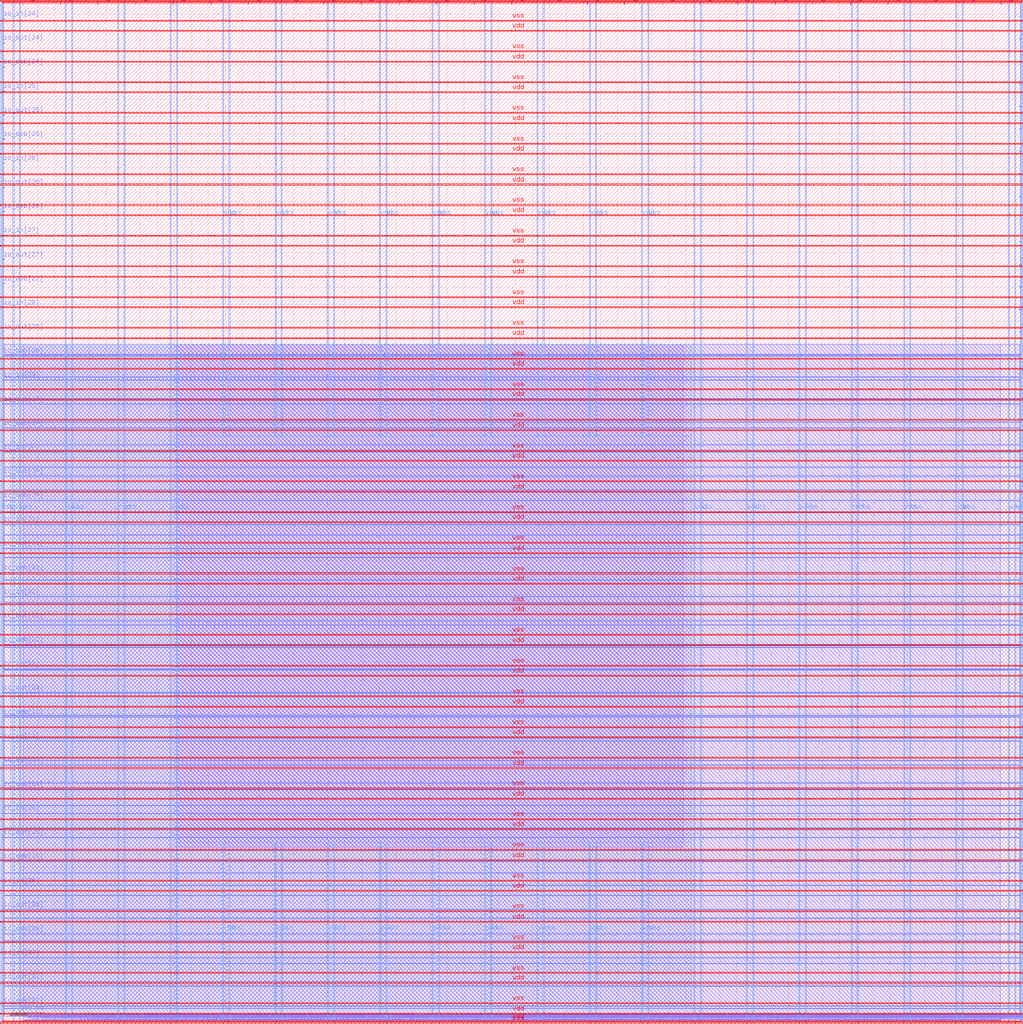
<source format=lef>
VERSION 5.7 ;
  NOWIREEXTENSIONATPIN ON ;
  DIVIDERCHAR "/" ;
  BUSBITCHARS "[]" ;
MACRO user_project_wrapper
  CLASS BLOCK ;
  FOREIGN user_project_wrapper ;
  ORIGIN 0.000 0.000 ;
  SIZE 2980.200 BY 2980.200 ;
  PIN io_in[0]
    DIRECTION INPUT ;
    USE SIGNAL ;
    PORT
      LAYER Metal3 ;
        RECT 2977.800 35.560 2985.000 36.680 ;
    END
  END io_in[0]
  PIN io_in[10]
    DIRECTION INPUT ;
    USE SIGNAL ;
    PORT
      LAYER Metal3 ;
        RECT 2977.800 2017.960 2985.000 2019.080 ;
    END
  END io_in[10]
  PIN io_in[11]
    DIRECTION INPUT ;
    USE SIGNAL ;
    PORT
      LAYER Metal3 ;
        RECT 2977.800 2216.200 2985.000 2217.320 ;
    END
  END io_in[11]
  PIN io_in[12]
    DIRECTION INPUT ;
    USE SIGNAL ;
    PORT
      LAYER Metal3 ;
        RECT 2977.800 2414.440 2985.000 2415.560 ;
    END
  END io_in[12]
  PIN io_in[13]
    DIRECTION INPUT ;
    USE SIGNAL ;
    PORT
      LAYER Metal3 ;
        RECT 2977.800 2612.680 2985.000 2613.800 ;
    END
  END io_in[13]
  PIN io_in[14]
    DIRECTION INPUT ;
    USE SIGNAL ;
    PORT
      LAYER Metal3 ;
        RECT 2977.800 2810.920 2985.000 2812.040 ;
    END
  END io_in[14]
  PIN io_in[15]
    DIRECTION INPUT ;
    USE SIGNAL ;
    PORT
      LAYER Metal2 ;
        RECT 2923.480 2977.800 2924.600 2985.000 ;
    END
  END io_in[15]
  PIN io_in[16]
    DIRECTION INPUT ;
    USE SIGNAL ;
    PORT
      LAYER Metal2 ;
        RECT 2592.520 2977.800 2593.640 2985.000 ;
    END
  END io_in[16]
  PIN io_in[17]
    DIRECTION INPUT ;
    USE SIGNAL ;
    PORT
      LAYER Metal2 ;
        RECT 2261.560 2977.800 2262.680 2985.000 ;
    END
  END io_in[17]
  PIN io_in[18]
    DIRECTION INPUT ;
    USE SIGNAL ;
    PORT
      LAYER Metal2 ;
        RECT 1930.600 2977.800 1931.720 2985.000 ;
    END
  END io_in[18]
  PIN io_in[19]
    DIRECTION INPUT ;
    USE SIGNAL ;
    PORT
      LAYER Metal2 ;
        RECT 1599.640 2977.800 1600.760 2985.000 ;
    END
  END io_in[19]
  PIN io_in[1]
    DIRECTION INPUT ;
    USE SIGNAL ;
    PORT
      LAYER Metal3 ;
        RECT 2977.800 233.800 2985.000 234.920 ;
    END
  END io_in[1]
  PIN io_in[20]
    DIRECTION INPUT ;
    USE SIGNAL ;
    PORT
      LAYER Metal2 ;
        RECT 1268.680 2977.800 1269.800 2985.000 ;
    END
  END io_in[20]
  PIN io_in[21]
    DIRECTION INPUT ;
    USE SIGNAL ;
    PORT
      LAYER Metal2 ;
        RECT 937.720 2977.800 938.840 2985.000 ;
    END
  END io_in[21]
  PIN io_in[22]
    DIRECTION INPUT ;
    USE SIGNAL ;
    PORT
      LAYER Metal2 ;
        RECT 606.760 2977.800 607.880 2985.000 ;
    END
  END io_in[22]
  PIN io_in[23]
    DIRECTION INPUT ;
    USE SIGNAL ;
    PORT
      LAYER Metal2 ;
        RECT 275.800 2977.800 276.920 2985.000 ;
    END
  END io_in[23]
  PIN io_in[24]
    DIRECTION INPUT ;
    USE SIGNAL ;
    PORT
      LAYER Metal3 ;
        RECT -4.800 2935.800 2.400 2936.920 ;
    END
  END io_in[24]
  PIN io_in[25]
    DIRECTION INPUT ;
    USE SIGNAL ;
    PORT
      LAYER Metal3 ;
        RECT -4.800 2724.120 2.400 2725.240 ;
    END
  END io_in[25]
  PIN io_in[26]
    DIRECTION INPUT ;
    USE SIGNAL ;
    PORT
      LAYER Metal3 ;
        RECT -4.800 2512.440 2.400 2513.560 ;
    END
  END io_in[26]
  PIN io_in[27]
    DIRECTION INPUT ;
    USE SIGNAL ;
    PORT
      LAYER Metal3 ;
        RECT -4.800 2300.760 2.400 2301.880 ;
    END
  END io_in[27]
  PIN io_in[28]
    DIRECTION INPUT ;
    USE SIGNAL ;
    PORT
      LAYER Metal3 ;
        RECT -4.800 2089.080 2.400 2090.200 ;
    END
  END io_in[28]
  PIN io_in[29]
    DIRECTION INPUT ;
    USE SIGNAL ;
    PORT
      LAYER Metal3 ;
        RECT -4.800 1877.400 2.400 1878.520 ;
    END
  END io_in[29]
  PIN io_in[2]
    DIRECTION INPUT ;
    USE SIGNAL ;
    PORT
      LAYER Metal3 ;
        RECT 2977.800 432.040 2985.000 433.160 ;
    END
  END io_in[2]
  PIN io_in[30]
    DIRECTION INPUT ;
    USE SIGNAL ;
    PORT
      LAYER Metal3 ;
        RECT -4.800 1665.720 2.400 1666.840 ;
    END
  END io_in[30]
  PIN io_in[31]
    DIRECTION INPUT ;
    USE SIGNAL ;
    PORT
      LAYER Metal3 ;
        RECT -4.800 1454.040 2.400 1455.160 ;
    END
  END io_in[31]
  PIN io_in[32]
    DIRECTION INPUT ;
    USE SIGNAL ;
    PORT
      LAYER Metal3 ;
        RECT -4.800 1242.360 2.400 1243.480 ;
    END
  END io_in[32]
  PIN io_in[33]
    DIRECTION INPUT ;
    USE SIGNAL ;
    PORT
      LAYER Metal3 ;
        RECT -4.800 1030.680 2.400 1031.800 ;
    END
  END io_in[33]
  PIN io_in[34]
    DIRECTION INPUT ;
    USE SIGNAL ;
    PORT
      LAYER Metal3 ;
        RECT -4.800 819.000 2.400 820.120 ;
    END
  END io_in[34]
  PIN io_in[35]
    DIRECTION INPUT ;
    USE SIGNAL ;
    PORT
      LAYER Metal3 ;
        RECT -4.800 607.320 2.400 608.440 ;
    END
  END io_in[35]
  PIN io_in[36]
    DIRECTION INPUT ;
    USE SIGNAL ;
    PORT
      LAYER Metal3 ;
        RECT -4.800 395.640 2.400 396.760 ;
    END
  END io_in[36]
  PIN io_in[37]
    DIRECTION INPUT ;
    USE SIGNAL ;
    PORT
      LAYER Metal3 ;
        RECT -4.800 183.960 2.400 185.080 ;
    END
  END io_in[37]
  PIN io_in[3]
    DIRECTION INPUT ;
    USE SIGNAL ;
    PORT
      LAYER Metal3 ;
        RECT 2977.800 630.280 2985.000 631.400 ;
    END
  END io_in[3]
  PIN io_in[4]
    DIRECTION INPUT ;
    USE SIGNAL ;
    PORT
      LAYER Metal3 ;
        RECT 2977.800 828.520 2985.000 829.640 ;
    END
  END io_in[4]
  PIN io_in[5]
    DIRECTION INPUT ;
    USE SIGNAL ;
    PORT
      LAYER Metal3 ;
        RECT 2977.800 1026.760 2985.000 1027.880 ;
    END
  END io_in[5]
  PIN io_in[6]
    DIRECTION INPUT ;
    USE SIGNAL ;
    PORT
      LAYER Metal3 ;
        RECT 2977.800 1225.000 2985.000 1226.120 ;
    END
  END io_in[6]
  PIN io_in[7]
    DIRECTION INPUT ;
    USE SIGNAL ;
    PORT
      LAYER Metal3 ;
        RECT 2977.800 1423.240 2985.000 1424.360 ;
    END
  END io_in[7]
  PIN io_in[8]
    DIRECTION INPUT ;
    USE SIGNAL ;
    PORT
      LAYER Metal3 ;
        RECT 2977.800 1621.480 2985.000 1622.600 ;
    END
  END io_in[8]
  PIN io_in[9]
    DIRECTION INPUT ;
    USE SIGNAL ;
    PORT
      LAYER Metal3 ;
        RECT 2977.800 1819.720 2985.000 1820.840 ;
    END
  END io_in[9]
  PIN io_oeb[0]
    DIRECTION OUTPUT TRISTATE ;
    USE SIGNAL ;
    PORT
      LAYER Metal3 ;
        RECT 2977.800 167.720 2985.000 168.840 ;
    END
  END io_oeb[0]
  PIN io_oeb[10]
    DIRECTION OUTPUT TRISTATE ;
    USE SIGNAL ;
    PORT
      LAYER Metal3 ;
        RECT 2977.800 2150.120 2985.000 2151.240 ;
    END
  END io_oeb[10]
  PIN io_oeb[11]
    DIRECTION OUTPUT TRISTATE ;
    USE SIGNAL ;
    PORT
      LAYER Metal3 ;
        RECT 2977.800 2348.360 2985.000 2349.480 ;
    END
  END io_oeb[11]
  PIN io_oeb[12]
    DIRECTION OUTPUT TRISTATE ;
    USE SIGNAL ;
    PORT
      LAYER Metal3 ;
        RECT 2977.800 2546.600 2985.000 2547.720 ;
    END
  END io_oeb[12]
  PIN io_oeb[13]
    DIRECTION OUTPUT TRISTATE ;
    USE SIGNAL ;
    PORT
      LAYER Metal3 ;
        RECT 2977.800 2744.840 2985.000 2745.960 ;
    END
  END io_oeb[13]
  PIN io_oeb[14]
    DIRECTION OUTPUT TRISTATE ;
    USE SIGNAL ;
    PORT
      LAYER Metal3 ;
        RECT 2977.800 2943.080 2985.000 2944.200 ;
    END
  END io_oeb[14]
  PIN io_oeb[15]
    DIRECTION OUTPUT TRISTATE ;
    USE SIGNAL ;
    PORT
      LAYER Metal2 ;
        RECT 2702.840 2977.800 2703.960 2985.000 ;
    END
  END io_oeb[15]
  PIN io_oeb[16]
    DIRECTION OUTPUT TRISTATE ;
    USE SIGNAL ;
    PORT
      LAYER Metal2 ;
        RECT 2371.880 2977.800 2373.000 2985.000 ;
    END
  END io_oeb[16]
  PIN io_oeb[17]
    DIRECTION OUTPUT TRISTATE ;
    USE SIGNAL ;
    PORT
      LAYER Metal2 ;
        RECT 2040.920 2977.800 2042.040 2985.000 ;
    END
  END io_oeb[17]
  PIN io_oeb[18]
    DIRECTION OUTPUT TRISTATE ;
    USE SIGNAL ;
    PORT
      LAYER Metal2 ;
        RECT 1709.960 2977.800 1711.080 2985.000 ;
    END
  END io_oeb[18]
  PIN io_oeb[19]
    DIRECTION OUTPUT TRISTATE ;
    USE SIGNAL ;
    PORT
      LAYER Metal2 ;
        RECT 1379.000 2977.800 1380.120 2985.000 ;
    END
  END io_oeb[19]
  PIN io_oeb[1]
    DIRECTION OUTPUT TRISTATE ;
    USE SIGNAL ;
    PORT
      LAYER Metal3 ;
        RECT 2977.800 365.960 2985.000 367.080 ;
    END
  END io_oeb[1]
  PIN io_oeb[20]
    DIRECTION OUTPUT TRISTATE ;
    USE SIGNAL ;
    PORT
      LAYER Metal2 ;
        RECT 1048.040 2977.800 1049.160 2985.000 ;
    END
  END io_oeb[20]
  PIN io_oeb[21]
    DIRECTION OUTPUT TRISTATE ;
    USE SIGNAL ;
    PORT
      LAYER Metal2 ;
        RECT 717.080 2977.800 718.200 2985.000 ;
    END
  END io_oeb[21]
  PIN io_oeb[22]
    DIRECTION OUTPUT TRISTATE ;
    USE SIGNAL ;
    PORT
      LAYER Metal2 ;
        RECT 386.120 2977.800 387.240 2985.000 ;
    END
  END io_oeb[22]
  PIN io_oeb[23]
    DIRECTION OUTPUT TRISTATE ;
    USE SIGNAL ;
    PORT
      LAYER Metal2 ;
        RECT 55.160 2977.800 56.280 2985.000 ;
    END
  END io_oeb[23]
  PIN io_oeb[24]
    DIRECTION OUTPUT TRISTATE ;
    USE SIGNAL ;
    PORT
      LAYER Metal3 ;
        RECT -4.800 2794.680 2.400 2795.800 ;
    END
  END io_oeb[24]
  PIN io_oeb[25]
    DIRECTION OUTPUT TRISTATE ;
    USE SIGNAL ;
    PORT
      LAYER Metal3 ;
        RECT -4.800 2583.000 2.400 2584.120 ;
    END
  END io_oeb[25]
  PIN io_oeb[26]
    DIRECTION OUTPUT TRISTATE ;
    USE SIGNAL ;
    PORT
      LAYER Metal3 ;
        RECT -4.800 2371.320 2.400 2372.440 ;
    END
  END io_oeb[26]
  PIN io_oeb[27]
    DIRECTION OUTPUT TRISTATE ;
    USE SIGNAL ;
    PORT
      LAYER Metal3 ;
        RECT -4.800 2159.640 2.400 2160.760 ;
    END
  END io_oeb[27]
  PIN io_oeb[28]
    DIRECTION OUTPUT TRISTATE ;
    USE SIGNAL ;
    PORT
      LAYER Metal3 ;
        RECT -4.800 1947.960 2.400 1949.080 ;
    END
  END io_oeb[28]
  PIN io_oeb[29]
    DIRECTION OUTPUT TRISTATE ;
    USE SIGNAL ;
    PORT
      LAYER Metal3 ;
        RECT -4.800 1736.280 2.400 1737.400 ;
    END
  END io_oeb[29]
  PIN io_oeb[2]
    DIRECTION OUTPUT TRISTATE ;
    USE SIGNAL ;
    PORT
      LAYER Metal3 ;
        RECT 2977.800 564.200 2985.000 565.320 ;
    END
  END io_oeb[2]
  PIN io_oeb[30]
    DIRECTION OUTPUT TRISTATE ;
    USE SIGNAL ;
    PORT
      LAYER Metal3 ;
        RECT -4.800 1524.600 2.400 1525.720 ;
    END
  END io_oeb[30]
  PIN io_oeb[31]
    DIRECTION OUTPUT TRISTATE ;
    USE SIGNAL ;
    PORT
      LAYER Metal3 ;
        RECT -4.800 1312.920 2.400 1314.040 ;
    END
  END io_oeb[31]
  PIN io_oeb[32]
    DIRECTION OUTPUT TRISTATE ;
    USE SIGNAL ;
    PORT
      LAYER Metal3 ;
        RECT -4.800 1101.240 2.400 1102.360 ;
    END
  END io_oeb[32]
  PIN io_oeb[33]
    DIRECTION OUTPUT TRISTATE ;
    USE SIGNAL ;
    PORT
      LAYER Metal3 ;
        RECT -4.800 889.560 2.400 890.680 ;
    END
  END io_oeb[33]
  PIN io_oeb[34]
    DIRECTION OUTPUT TRISTATE ;
    USE SIGNAL ;
    PORT
      LAYER Metal3 ;
        RECT -4.800 677.880 2.400 679.000 ;
    END
  END io_oeb[34]
  PIN io_oeb[35]
    DIRECTION OUTPUT TRISTATE ;
    USE SIGNAL ;
    PORT
      LAYER Metal3 ;
        RECT -4.800 466.200 2.400 467.320 ;
    END
  END io_oeb[35]
  PIN io_oeb[36]
    DIRECTION OUTPUT TRISTATE ;
    USE SIGNAL ;
    PORT
      LAYER Metal3 ;
        RECT -4.800 254.520 2.400 255.640 ;
    END
  END io_oeb[36]
  PIN io_oeb[37]
    DIRECTION OUTPUT TRISTATE ;
    USE SIGNAL ;
    PORT
      LAYER Metal3 ;
        RECT -4.800 42.840 2.400 43.960 ;
    END
  END io_oeb[37]
  PIN io_oeb[3]
    DIRECTION OUTPUT TRISTATE ;
    USE SIGNAL ;
    PORT
      LAYER Metal3 ;
        RECT 2977.800 762.440 2985.000 763.560 ;
    END
  END io_oeb[3]
  PIN io_oeb[4]
    DIRECTION OUTPUT TRISTATE ;
    USE SIGNAL ;
    PORT
      LAYER Metal3 ;
        RECT 2977.800 960.680 2985.000 961.800 ;
    END
  END io_oeb[4]
  PIN io_oeb[5]
    DIRECTION OUTPUT TRISTATE ;
    USE SIGNAL ;
    PORT
      LAYER Metal3 ;
        RECT 2977.800 1158.920 2985.000 1160.040 ;
    END
  END io_oeb[5]
  PIN io_oeb[6]
    DIRECTION OUTPUT TRISTATE ;
    USE SIGNAL ;
    PORT
      LAYER Metal3 ;
        RECT 2977.800 1357.160 2985.000 1358.280 ;
    END
  END io_oeb[6]
  PIN io_oeb[7]
    DIRECTION OUTPUT TRISTATE ;
    USE SIGNAL ;
    PORT
      LAYER Metal3 ;
        RECT 2977.800 1555.400 2985.000 1556.520 ;
    END
  END io_oeb[7]
  PIN io_oeb[8]
    DIRECTION OUTPUT TRISTATE ;
    USE SIGNAL ;
    PORT
      LAYER Metal3 ;
        RECT 2977.800 1753.640 2985.000 1754.760 ;
    END
  END io_oeb[8]
  PIN io_oeb[9]
    DIRECTION OUTPUT TRISTATE ;
    USE SIGNAL ;
    PORT
      LAYER Metal3 ;
        RECT 2977.800 1951.880 2985.000 1953.000 ;
    END
  END io_oeb[9]
  PIN io_out[0]
    DIRECTION OUTPUT TRISTATE ;
    USE SIGNAL ;
    PORT
      LAYER Metal3 ;
        RECT 2977.800 101.640 2985.000 102.760 ;
    END
  END io_out[0]
  PIN io_out[10]
    DIRECTION OUTPUT TRISTATE ;
    USE SIGNAL ;
    PORT
      LAYER Metal3 ;
        RECT 2977.800 2084.040 2985.000 2085.160 ;
    END
  END io_out[10]
  PIN io_out[11]
    DIRECTION OUTPUT TRISTATE ;
    USE SIGNAL ;
    PORT
      LAYER Metal3 ;
        RECT 2977.800 2282.280 2985.000 2283.400 ;
    END
  END io_out[11]
  PIN io_out[12]
    DIRECTION OUTPUT TRISTATE ;
    USE SIGNAL ;
    PORT
      LAYER Metal3 ;
        RECT 2977.800 2480.520 2985.000 2481.640 ;
    END
  END io_out[12]
  PIN io_out[13]
    DIRECTION OUTPUT TRISTATE ;
    USE SIGNAL ;
    PORT
      LAYER Metal3 ;
        RECT 2977.800 2678.760 2985.000 2679.880 ;
    END
  END io_out[13]
  PIN io_out[14]
    DIRECTION OUTPUT TRISTATE ;
    USE SIGNAL ;
    PORT
      LAYER Metal3 ;
        RECT 2977.800 2877.000 2985.000 2878.120 ;
    END
  END io_out[14]
  PIN io_out[15]
    DIRECTION OUTPUT TRISTATE ;
    USE SIGNAL ;
    PORT
      LAYER Metal2 ;
        RECT 2813.160 2977.800 2814.280 2985.000 ;
    END
  END io_out[15]
  PIN io_out[16]
    DIRECTION OUTPUT TRISTATE ;
    USE SIGNAL ;
    PORT
      LAYER Metal2 ;
        RECT 2482.200 2977.800 2483.320 2985.000 ;
    END
  END io_out[16]
  PIN io_out[17]
    DIRECTION OUTPUT TRISTATE ;
    USE SIGNAL ;
    PORT
      LAYER Metal2 ;
        RECT 2151.240 2977.800 2152.360 2985.000 ;
    END
  END io_out[17]
  PIN io_out[18]
    DIRECTION OUTPUT TRISTATE ;
    USE SIGNAL ;
    PORT
      LAYER Metal2 ;
        RECT 1820.280 2977.800 1821.400 2985.000 ;
    END
  END io_out[18]
  PIN io_out[19]
    DIRECTION OUTPUT TRISTATE ;
    USE SIGNAL ;
    PORT
      LAYER Metal2 ;
        RECT 1489.320 2977.800 1490.440 2985.000 ;
    END
  END io_out[19]
  PIN io_out[1]
    DIRECTION OUTPUT TRISTATE ;
    USE SIGNAL ;
    PORT
      LAYER Metal3 ;
        RECT 2977.800 299.880 2985.000 301.000 ;
    END
  END io_out[1]
  PIN io_out[20]
    DIRECTION OUTPUT TRISTATE ;
    USE SIGNAL ;
    PORT
      LAYER Metal2 ;
        RECT 1158.360 2977.800 1159.480 2985.000 ;
    END
  END io_out[20]
  PIN io_out[21]
    DIRECTION OUTPUT TRISTATE ;
    USE SIGNAL ;
    PORT
      LAYER Metal2 ;
        RECT 827.400 2977.800 828.520 2985.000 ;
    END
  END io_out[21]
  PIN io_out[22]
    DIRECTION OUTPUT TRISTATE ;
    USE SIGNAL ;
    PORT
      LAYER Metal2 ;
        RECT 496.440 2977.800 497.560 2985.000 ;
    END
  END io_out[22]
  PIN io_out[23]
    DIRECTION OUTPUT TRISTATE ;
    USE SIGNAL ;
    PORT
      LAYER Metal2 ;
        RECT 165.480 2977.800 166.600 2985.000 ;
    END
  END io_out[23]
  PIN io_out[24]
    DIRECTION OUTPUT TRISTATE ;
    USE SIGNAL ;
    PORT
      LAYER Metal3 ;
        RECT -4.800 2865.240 2.400 2866.360 ;
    END
  END io_out[24]
  PIN io_out[25]
    DIRECTION OUTPUT TRISTATE ;
    USE SIGNAL ;
    PORT
      LAYER Metal3 ;
        RECT -4.800 2653.560 2.400 2654.680 ;
    END
  END io_out[25]
  PIN io_out[26]
    DIRECTION OUTPUT TRISTATE ;
    USE SIGNAL ;
    PORT
      LAYER Metal3 ;
        RECT -4.800 2441.880 2.400 2443.000 ;
    END
  END io_out[26]
  PIN io_out[27]
    DIRECTION OUTPUT TRISTATE ;
    USE SIGNAL ;
    PORT
      LAYER Metal3 ;
        RECT -4.800 2230.200 2.400 2231.320 ;
    END
  END io_out[27]
  PIN io_out[28]
    DIRECTION OUTPUT TRISTATE ;
    USE SIGNAL ;
    PORT
      LAYER Metal3 ;
        RECT -4.800 2018.520 2.400 2019.640 ;
    END
  END io_out[28]
  PIN io_out[29]
    DIRECTION OUTPUT TRISTATE ;
    USE SIGNAL ;
    PORT
      LAYER Metal3 ;
        RECT -4.800 1806.840 2.400 1807.960 ;
    END
  END io_out[29]
  PIN io_out[2]
    DIRECTION OUTPUT TRISTATE ;
    USE SIGNAL ;
    PORT
      LAYER Metal3 ;
        RECT 2977.800 498.120 2985.000 499.240 ;
    END
  END io_out[2]
  PIN io_out[30]
    DIRECTION OUTPUT TRISTATE ;
    USE SIGNAL ;
    PORT
      LAYER Metal3 ;
        RECT -4.800 1595.160 2.400 1596.280 ;
    END
  END io_out[30]
  PIN io_out[31]
    DIRECTION OUTPUT TRISTATE ;
    USE SIGNAL ;
    PORT
      LAYER Metal3 ;
        RECT -4.800 1383.480 2.400 1384.600 ;
    END
  END io_out[31]
  PIN io_out[32]
    DIRECTION OUTPUT TRISTATE ;
    USE SIGNAL ;
    PORT
      LAYER Metal3 ;
        RECT -4.800 1171.800 2.400 1172.920 ;
    END
  END io_out[32]
  PIN io_out[33]
    DIRECTION OUTPUT TRISTATE ;
    USE SIGNAL ;
    PORT
      LAYER Metal3 ;
        RECT -4.800 960.120 2.400 961.240 ;
    END
  END io_out[33]
  PIN io_out[34]
    DIRECTION OUTPUT TRISTATE ;
    USE SIGNAL ;
    PORT
      LAYER Metal3 ;
        RECT -4.800 748.440 2.400 749.560 ;
    END
  END io_out[34]
  PIN io_out[35]
    DIRECTION OUTPUT TRISTATE ;
    USE SIGNAL ;
    PORT
      LAYER Metal3 ;
        RECT -4.800 536.760 2.400 537.880 ;
    END
  END io_out[35]
  PIN io_out[36]
    DIRECTION OUTPUT TRISTATE ;
    USE SIGNAL ;
    PORT
      LAYER Metal3 ;
        RECT -4.800 325.080 2.400 326.200 ;
    END
  END io_out[36]
  PIN io_out[37]
    DIRECTION OUTPUT TRISTATE ;
    USE SIGNAL ;
    PORT
      LAYER Metal3 ;
        RECT -4.800 113.400 2.400 114.520 ;
    END
  END io_out[37]
  PIN io_out[3]
    DIRECTION OUTPUT TRISTATE ;
    USE SIGNAL ;
    PORT
      LAYER Metal3 ;
        RECT 2977.800 696.360 2985.000 697.480 ;
    END
  END io_out[3]
  PIN io_out[4]
    DIRECTION OUTPUT TRISTATE ;
    USE SIGNAL ;
    PORT
      LAYER Metal3 ;
        RECT 2977.800 894.600 2985.000 895.720 ;
    END
  END io_out[4]
  PIN io_out[5]
    DIRECTION OUTPUT TRISTATE ;
    USE SIGNAL ;
    PORT
      LAYER Metal3 ;
        RECT 2977.800 1092.840 2985.000 1093.960 ;
    END
  END io_out[5]
  PIN io_out[6]
    DIRECTION OUTPUT TRISTATE ;
    USE SIGNAL ;
    PORT
      LAYER Metal3 ;
        RECT 2977.800 1291.080 2985.000 1292.200 ;
    END
  END io_out[6]
  PIN io_out[7]
    DIRECTION OUTPUT TRISTATE ;
    USE SIGNAL ;
    PORT
      LAYER Metal3 ;
        RECT 2977.800 1489.320 2985.000 1490.440 ;
    END
  END io_out[7]
  PIN io_out[8]
    DIRECTION OUTPUT TRISTATE ;
    USE SIGNAL ;
    PORT
      LAYER Metal3 ;
        RECT 2977.800 1687.560 2985.000 1688.680 ;
    END
  END io_out[8]
  PIN io_out[9]
    DIRECTION OUTPUT TRISTATE ;
    USE SIGNAL ;
    PORT
      LAYER Metal3 ;
        RECT 2977.800 1885.800 2985.000 1886.920 ;
    END
  END io_out[9]
  PIN la_data_in[0]
    DIRECTION INPUT ;
    USE SIGNAL ;
    PORT
      LAYER Metal2 ;
        RECT 1065.960 -4.800 1067.080 2.400 ;
    END
  END la_data_in[0]
  PIN la_data_in[10]
    DIRECTION INPUT ;
    USE SIGNAL ;
    PORT
      LAYER Metal2 ;
        RECT 1351.560 -4.800 1352.680 2.400 ;
    END
  END la_data_in[10]
  PIN la_data_in[11]
    DIRECTION INPUT ;
    USE SIGNAL ;
    PORT
      LAYER Metal2 ;
        RECT 1380.120 -4.800 1381.240 2.400 ;
    END
  END la_data_in[11]
  PIN la_data_in[12]
    DIRECTION INPUT ;
    USE SIGNAL ;
    PORT
      LAYER Metal2 ;
        RECT 1408.680 -4.800 1409.800 2.400 ;
    END
  END la_data_in[12]
  PIN la_data_in[13]
    DIRECTION INPUT ;
    USE SIGNAL ;
    PORT
      LAYER Metal2 ;
        RECT 1437.240 -4.800 1438.360 2.400 ;
    END
  END la_data_in[13]
  PIN la_data_in[14]
    DIRECTION INPUT ;
    USE SIGNAL ;
    PORT
      LAYER Metal2 ;
        RECT 1465.800 -4.800 1466.920 2.400 ;
    END
  END la_data_in[14]
  PIN la_data_in[15]
    DIRECTION INPUT ;
    USE SIGNAL ;
    PORT
      LAYER Metal2 ;
        RECT 1494.360 -4.800 1495.480 2.400 ;
    END
  END la_data_in[15]
  PIN la_data_in[16]
    DIRECTION INPUT ;
    USE SIGNAL ;
    PORT
      LAYER Metal2 ;
        RECT 1522.920 -4.800 1524.040 2.400 ;
    END
  END la_data_in[16]
  PIN la_data_in[17]
    DIRECTION INPUT ;
    USE SIGNAL ;
    PORT
      LAYER Metal2 ;
        RECT 1551.480 -4.800 1552.600 2.400 ;
    END
  END la_data_in[17]
  PIN la_data_in[18]
    DIRECTION INPUT ;
    USE SIGNAL ;
    PORT
      LAYER Metal2 ;
        RECT 1580.040 -4.800 1581.160 2.400 ;
    END
  END la_data_in[18]
  PIN la_data_in[19]
    DIRECTION INPUT ;
    USE SIGNAL ;
    PORT
      LAYER Metal2 ;
        RECT 1608.600 -4.800 1609.720 2.400 ;
    END
  END la_data_in[19]
  PIN la_data_in[1]
    DIRECTION INPUT ;
    USE SIGNAL ;
    PORT
      LAYER Metal2 ;
        RECT 1094.520 -4.800 1095.640 2.400 ;
    END
  END la_data_in[1]
  PIN la_data_in[20]
    DIRECTION INPUT ;
    USE SIGNAL ;
    PORT
      LAYER Metal2 ;
        RECT 1637.160 -4.800 1638.280 2.400 ;
    END
  END la_data_in[20]
  PIN la_data_in[21]
    DIRECTION INPUT ;
    USE SIGNAL ;
    PORT
      LAYER Metal2 ;
        RECT 1665.720 -4.800 1666.840 2.400 ;
    END
  END la_data_in[21]
  PIN la_data_in[22]
    DIRECTION INPUT ;
    USE SIGNAL ;
    PORT
      LAYER Metal2 ;
        RECT 1694.280 -4.800 1695.400 2.400 ;
    END
  END la_data_in[22]
  PIN la_data_in[23]
    DIRECTION INPUT ;
    USE SIGNAL ;
    PORT
      LAYER Metal2 ;
        RECT 1722.840 -4.800 1723.960 2.400 ;
    END
  END la_data_in[23]
  PIN la_data_in[24]
    DIRECTION INPUT ;
    USE SIGNAL ;
    PORT
      LAYER Metal2 ;
        RECT 1751.400 -4.800 1752.520 2.400 ;
    END
  END la_data_in[24]
  PIN la_data_in[25]
    DIRECTION INPUT ;
    USE SIGNAL ;
    PORT
      LAYER Metal2 ;
        RECT 1779.960 -4.800 1781.080 2.400 ;
    END
  END la_data_in[25]
  PIN la_data_in[26]
    DIRECTION INPUT ;
    USE SIGNAL ;
    PORT
      LAYER Metal2 ;
        RECT 1808.520 -4.800 1809.640 2.400 ;
    END
  END la_data_in[26]
  PIN la_data_in[27]
    DIRECTION INPUT ;
    USE SIGNAL ;
    PORT
      LAYER Metal2 ;
        RECT 1837.080 -4.800 1838.200 2.400 ;
    END
  END la_data_in[27]
  PIN la_data_in[28]
    DIRECTION INPUT ;
    USE SIGNAL ;
    PORT
      LAYER Metal2 ;
        RECT 1865.640 -4.800 1866.760 2.400 ;
    END
  END la_data_in[28]
  PIN la_data_in[29]
    DIRECTION INPUT ;
    USE SIGNAL ;
    PORT
      LAYER Metal2 ;
        RECT 1894.200 -4.800 1895.320 2.400 ;
    END
  END la_data_in[29]
  PIN la_data_in[2]
    DIRECTION INPUT ;
    USE SIGNAL ;
    PORT
      LAYER Metal2 ;
        RECT 1123.080 -4.800 1124.200 2.400 ;
    END
  END la_data_in[2]
  PIN la_data_in[30]
    DIRECTION INPUT ;
    USE SIGNAL ;
    PORT
      LAYER Metal2 ;
        RECT 1922.760 -4.800 1923.880 2.400 ;
    END
  END la_data_in[30]
  PIN la_data_in[31]
    DIRECTION INPUT ;
    USE SIGNAL ;
    PORT
      LAYER Metal2 ;
        RECT 1951.320 -4.800 1952.440 2.400 ;
    END
  END la_data_in[31]
  PIN la_data_in[32]
    DIRECTION INPUT ;
    USE SIGNAL ;
    PORT
      LAYER Metal2 ;
        RECT 1979.880 -4.800 1981.000 2.400 ;
    END
  END la_data_in[32]
  PIN la_data_in[33]
    DIRECTION INPUT ;
    USE SIGNAL ;
    PORT
      LAYER Metal2 ;
        RECT 2008.440 -4.800 2009.560 2.400 ;
    END
  END la_data_in[33]
  PIN la_data_in[34]
    DIRECTION INPUT ;
    USE SIGNAL ;
    PORT
      LAYER Metal2 ;
        RECT 2037.000 -4.800 2038.120 2.400 ;
    END
  END la_data_in[34]
  PIN la_data_in[35]
    DIRECTION INPUT ;
    USE SIGNAL ;
    PORT
      LAYER Metal2 ;
        RECT 2065.560 -4.800 2066.680 2.400 ;
    END
  END la_data_in[35]
  PIN la_data_in[36]
    DIRECTION INPUT ;
    USE SIGNAL ;
    PORT
      LAYER Metal2 ;
        RECT 2094.120 -4.800 2095.240 2.400 ;
    END
  END la_data_in[36]
  PIN la_data_in[37]
    DIRECTION INPUT ;
    USE SIGNAL ;
    PORT
      LAYER Metal2 ;
        RECT 2122.680 -4.800 2123.800 2.400 ;
    END
  END la_data_in[37]
  PIN la_data_in[38]
    DIRECTION INPUT ;
    USE SIGNAL ;
    PORT
      LAYER Metal2 ;
        RECT 2151.240 -4.800 2152.360 2.400 ;
    END
  END la_data_in[38]
  PIN la_data_in[39]
    DIRECTION INPUT ;
    USE SIGNAL ;
    PORT
      LAYER Metal2 ;
        RECT 2179.800 -4.800 2180.920 2.400 ;
    END
  END la_data_in[39]
  PIN la_data_in[3]
    DIRECTION INPUT ;
    USE SIGNAL ;
    PORT
      LAYER Metal2 ;
        RECT 1151.640 -4.800 1152.760 2.400 ;
    END
  END la_data_in[3]
  PIN la_data_in[40]
    DIRECTION INPUT ;
    USE SIGNAL ;
    PORT
      LAYER Metal2 ;
        RECT 2208.360 -4.800 2209.480 2.400 ;
    END
  END la_data_in[40]
  PIN la_data_in[41]
    DIRECTION INPUT ;
    USE SIGNAL ;
    PORT
      LAYER Metal2 ;
        RECT 2236.920 -4.800 2238.040 2.400 ;
    END
  END la_data_in[41]
  PIN la_data_in[42]
    DIRECTION INPUT ;
    USE SIGNAL ;
    PORT
      LAYER Metal2 ;
        RECT 2265.480 -4.800 2266.600 2.400 ;
    END
  END la_data_in[42]
  PIN la_data_in[43]
    DIRECTION INPUT ;
    USE SIGNAL ;
    PORT
      LAYER Metal2 ;
        RECT 2294.040 -4.800 2295.160 2.400 ;
    END
  END la_data_in[43]
  PIN la_data_in[44]
    DIRECTION INPUT ;
    USE SIGNAL ;
    PORT
      LAYER Metal2 ;
        RECT 2322.600 -4.800 2323.720 2.400 ;
    END
  END la_data_in[44]
  PIN la_data_in[45]
    DIRECTION INPUT ;
    USE SIGNAL ;
    PORT
      LAYER Metal2 ;
        RECT 2351.160 -4.800 2352.280 2.400 ;
    END
  END la_data_in[45]
  PIN la_data_in[46]
    DIRECTION INPUT ;
    USE SIGNAL ;
    PORT
      LAYER Metal2 ;
        RECT 2379.720 -4.800 2380.840 2.400 ;
    END
  END la_data_in[46]
  PIN la_data_in[47]
    DIRECTION INPUT ;
    USE SIGNAL ;
    PORT
      LAYER Metal2 ;
        RECT 2408.280 -4.800 2409.400 2.400 ;
    END
  END la_data_in[47]
  PIN la_data_in[48]
    DIRECTION INPUT ;
    USE SIGNAL ;
    PORT
      LAYER Metal2 ;
        RECT 2436.840 -4.800 2437.960 2.400 ;
    END
  END la_data_in[48]
  PIN la_data_in[49]
    DIRECTION INPUT ;
    USE SIGNAL ;
    PORT
      LAYER Metal2 ;
        RECT 2465.400 -4.800 2466.520 2.400 ;
    END
  END la_data_in[49]
  PIN la_data_in[4]
    DIRECTION INPUT ;
    USE SIGNAL ;
    PORT
      LAYER Metal2 ;
        RECT 1180.200 -4.800 1181.320 2.400 ;
    END
  END la_data_in[4]
  PIN la_data_in[50]
    DIRECTION INPUT ;
    USE SIGNAL ;
    PORT
      LAYER Metal2 ;
        RECT 2493.960 -4.800 2495.080 2.400 ;
    END
  END la_data_in[50]
  PIN la_data_in[51]
    DIRECTION INPUT ;
    USE SIGNAL ;
    PORT
      LAYER Metal2 ;
        RECT 2522.520 -4.800 2523.640 2.400 ;
    END
  END la_data_in[51]
  PIN la_data_in[52]
    DIRECTION INPUT ;
    USE SIGNAL ;
    PORT
      LAYER Metal2 ;
        RECT 2551.080 -4.800 2552.200 2.400 ;
    END
  END la_data_in[52]
  PIN la_data_in[53]
    DIRECTION INPUT ;
    USE SIGNAL ;
    PORT
      LAYER Metal2 ;
        RECT 2579.640 -4.800 2580.760 2.400 ;
    END
  END la_data_in[53]
  PIN la_data_in[54]
    DIRECTION INPUT ;
    USE SIGNAL ;
    PORT
      LAYER Metal2 ;
        RECT 2608.200 -4.800 2609.320 2.400 ;
    END
  END la_data_in[54]
  PIN la_data_in[55]
    DIRECTION INPUT ;
    USE SIGNAL ;
    PORT
      LAYER Metal2 ;
        RECT 2636.760 -4.800 2637.880 2.400 ;
    END
  END la_data_in[55]
  PIN la_data_in[56]
    DIRECTION INPUT ;
    USE SIGNAL ;
    PORT
      LAYER Metal2 ;
        RECT 2665.320 -4.800 2666.440 2.400 ;
    END
  END la_data_in[56]
  PIN la_data_in[57]
    DIRECTION INPUT ;
    USE SIGNAL ;
    PORT
      LAYER Metal2 ;
        RECT 2693.880 -4.800 2695.000 2.400 ;
    END
  END la_data_in[57]
  PIN la_data_in[58]
    DIRECTION INPUT ;
    USE SIGNAL ;
    PORT
      LAYER Metal2 ;
        RECT 2722.440 -4.800 2723.560 2.400 ;
    END
  END la_data_in[58]
  PIN la_data_in[59]
    DIRECTION INPUT ;
    USE SIGNAL ;
    PORT
      LAYER Metal2 ;
        RECT 2751.000 -4.800 2752.120 2.400 ;
    END
  END la_data_in[59]
  PIN la_data_in[5]
    DIRECTION INPUT ;
    USE SIGNAL ;
    PORT
      LAYER Metal2 ;
        RECT 1208.760 -4.800 1209.880 2.400 ;
    END
  END la_data_in[5]
  PIN la_data_in[60]
    DIRECTION INPUT ;
    USE SIGNAL ;
    PORT
      LAYER Metal2 ;
        RECT 2779.560 -4.800 2780.680 2.400 ;
    END
  END la_data_in[60]
  PIN la_data_in[61]
    DIRECTION INPUT ;
    USE SIGNAL ;
    PORT
      LAYER Metal2 ;
        RECT 2808.120 -4.800 2809.240 2.400 ;
    END
  END la_data_in[61]
  PIN la_data_in[62]
    DIRECTION INPUT ;
    USE SIGNAL ;
    PORT
      LAYER Metal2 ;
        RECT 2836.680 -4.800 2837.800 2.400 ;
    END
  END la_data_in[62]
  PIN la_data_in[63]
    DIRECTION INPUT ;
    USE SIGNAL ;
    PORT
      LAYER Metal2 ;
        RECT 2865.240 -4.800 2866.360 2.400 ;
    END
  END la_data_in[63]
  PIN la_data_in[6]
    DIRECTION INPUT ;
    USE SIGNAL ;
    PORT
      LAYER Metal2 ;
        RECT 1237.320 -4.800 1238.440 2.400 ;
    END
  END la_data_in[6]
  PIN la_data_in[7]
    DIRECTION INPUT ;
    USE SIGNAL ;
    PORT
      LAYER Metal2 ;
        RECT 1265.880 -4.800 1267.000 2.400 ;
    END
  END la_data_in[7]
  PIN la_data_in[8]
    DIRECTION INPUT ;
    USE SIGNAL ;
    PORT
      LAYER Metal2 ;
        RECT 1294.440 -4.800 1295.560 2.400 ;
    END
  END la_data_in[8]
  PIN la_data_in[9]
    DIRECTION INPUT ;
    USE SIGNAL ;
    PORT
      LAYER Metal2 ;
        RECT 1323.000 -4.800 1324.120 2.400 ;
    END
  END la_data_in[9]
  PIN la_data_out[0]
    DIRECTION OUTPUT TRISTATE ;
    USE SIGNAL ;
    PORT
      LAYER Metal2 ;
        RECT 1075.480 -4.800 1076.600 2.400 ;
    END
  END la_data_out[0]
  PIN la_data_out[10]
    DIRECTION OUTPUT TRISTATE ;
    USE SIGNAL ;
    PORT
      LAYER Metal2 ;
        RECT 1361.080 -4.800 1362.200 2.400 ;
    END
  END la_data_out[10]
  PIN la_data_out[11]
    DIRECTION OUTPUT TRISTATE ;
    USE SIGNAL ;
    PORT
      LAYER Metal2 ;
        RECT 1389.640 -4.800 1390.760 2.400 ;
    END
  END la_data_out[11]
  PIN la_data_out[12]
    DIRECTION OUTPUT TRISTATE ;
    USE SIGNAL ;
    PORT
      LAYER Metal2 ;
        RECT 1418.200 -4.800 1419.320 2.400 ;
    END
  END la_data_out[12]
  PIN la_data_out[13]
    DIRECTION OUTPUT TRISTATE ;
    USE SIGNAL ;
    PORT
      LAYER Metal2 ;
        RECT 1446.760 -4.800 1447.880 2.400 ;
    END
  END la_data_out[13]
  PIN la_data_out[14]
    DIRECTION OUTPUT TRISTATE ;
    USE SIGNAL ;
    PORT
      LAYER Metal2 ;
        RECT 1475.320 -4.800 1476.440 2.400 ;
    END
  END la_data_out[14]
  PIN la_data_out[15]
    DIRECTION OUTPUT TRISTATE ;
    USE SIGNAL ;
    PORT
      LAYER Metal2 ;
        RECT 1503.880 -4.800 1505.000 2.400 ;
    END
  END la_data_out[15]
  PIN la_data_out[16]
    DIRECTION OUTPUT TRISTATE ;
    USE SIGNAL ;
    PORT
      LAYER Metal2 ;
        RECT 1532.440 -4.800 1533.560 2.400 ;
    END
  END la_data_out[16]
  PIN la_data_out[17]
    DIRECTION OUTPUT TRISTATE ;
    USE SIGNAL ;
    PORT
      LAYER Metal2 ;
        RECT 1561.000 -4.800 1562.120 2.400 ;
    END
  END la_data_out[17]
  PIN la_data_out[18]
    DIRECTION OUTPUT TRISTATE ;
    USE SIGNAL ;
    PORT
      LAYER Metal2 ;
        RECT 1589.560 -4.800 1590.680 2.400 ;
    END
  END la_data_out[18]
  PIN la_data_out[19]
    DIRECTION OUTPUT TRISTATE ;
    USE SIGNAL ;
    PORT
      LAYER Metal2 ;
        RECT 1618.120 -4.800 1619.240 2.400 ;
    END
  END la_data_out[19]
  PIN la_data_out[1]
    DIRECTION OUTPUT TRISTATE ;
    USE SIGNAL ;
    PORT
      LAYER Metal2 ;
        RECT 1104.040 -4.800 1105.160 2.400 ;
    END
  END la_data_out[1]
  PIN la_data_out[20]
    DIRECTION OUTPUT TRISTATE ;
    USE SIGNAL ;
    PORT
      LAYER Metal2 ;
        RECT 1646.680 -4.800 1647.800 2.400 ;
    END
  END la_data_out[20]
  PIN la_data_out[21]
    DIRECTION OUTPUT TRISTATE ;
    USE SIGNAL ;
    PORT
      LAYER Metal2 ;
        RECT 1675.240 -4.800 1676.360 2.400 ;
    END
  END la_data_out[21]
  PIN la_data_out[22]
    DIRECTION OUTPUT TRISTATE ;
    USE SIGNAL ;
    PORT
      LAYER Metal2 ;
        RECT 1703.800 -4.800 1704.920 2.400 ;
    END
  END la_data_out[22]
  PIN la_data_out[23]
    DIRECTION OUTPUT TRISTATE ;
    USE SIGNAL ;
    PORT
      LAYER Metal2 ;
        RECT 1732.360 -4.800 1733.480 2.400 ;
    END
  END la_data_out[23]
  PIN la_data_out[24]
    DIRECTION OUTPUT TRISTATE ;
    USE SIGNAL ;
    PORT
      LAYER Metal2 ;
        RECT 1760.920 -4.800 1762.040 2.400 ;
    END
  END la_data_out[24]
  PIN la_data_out[25]
    DIRECTION OUTPUT TRISTATE ;
    USE SIGNAL ;
    PORT
      LAYER Metal2 ;
        RECT 1789.480 -4.800 1790.600 2.400 ;
    END
  END la_data_out[25]
  PIN la_data_out[26]
    DIRECTION OUTPUT TRISTATE ;
    USE SIGNAL ;
    PORT
      LAYER Metal2 ;
        RECT 1818.040 -4.800 1819.160 2.400 ;
    END
  END la_data_out[26]
  PIN la_data_out[27]
    DIRECTION OUTPUT TRISTATE ;
    USE SIGNAL ;
    PORT
      LAYER Metal2 ;
        RECT 1846.600 -4.800 1847.720 2.400 ;
    END
  END la_data_out[27]
  PIN la_data_out[28]
    DIRECTION OUTPUT TRISTATE ;
    USE SIGNAL ;
    PORT
      LAYER Metal2 ;
        RECT 1875.160 -4.800 1876.280 2.400 ;
    END
  END la_data_out[28]
  PIN la_data_out[29]
    DIRECTION OUTPUT TRISTATE ;
    USE SIGNAL ;
    PORT
      LAYER Metal2 ;
        RECT 1903.720 -4.800 1904.840 2.400 ;
    END
  END la_data_out[29]
  PIN la_data_out[2]
    DIRECTION OUTPUT TRISTATE ;
    USE SIGNAL ;
    PORT
      LAYER Metal2 ;
        RECT 1132.600 -4.800 1133.720 2.400 ;
    END
  END la_data_out[2]
  PIN la_data_out[30]
    DIRECTION OUTPUT TRISTATE ;
    USE SIGNAL ;
    PORT
      LAYER Metal2 ;
        RECT 1932.280 -4.800 1933.400 2.400 ;
    END
  END la_data_out[30]
  PIN la_data_out[31]
    DIRECTION OUTPUT TRISTATE ;
    USE SIGNAL ;
    PORT
      LAYER Metal2 ;
        RECT 1960.840 -4.800 1961.960 2.400 ;
    END
  END la_data_out[31]
  PIN la_data_out[32]
    DIRECTION OUTPUT TRISTATE ;
    USE SIGNAL ;
    PORT
      LAYER Metal2 ;
        RECT 1989.400 -4.800 1990.520 2.400 ;
    END
  END la_data_out[32]
  PIN la_data_out[33]
    DIRECTION OUTPUT TRISTATE ;
    USE SIGNAL ;
    PORT
      LAYER Metal2 ;
        RECT 2017.960 -4.800 2019.080 2.400 ;
    END
  END la_data_out[33]
  PIN la_data_out[34]
    DIRECTION OUTPUT TRISTATE ;
    USE SIGNAL ;
    PORT
      LAYER Metal2 ;
        RECT 2046.520 -4.800 2047.640 2.400 ;
    END
  END la_data_out[34]
  PIN la_data_out[35]
    DIRECTION OUTPUT TRISTATE ;
    USE SIGNAL ;
    PORT
      LAYER Metal2 ;
        RECT 2075.080 -4.800 2076.200 2.400 ;
    END
  END la_data_out[35]
  PIN la_data_out[36]
    DIRECTION OUTPUT TRISTATE ;
    USE SIGNAL ;
    PORT
      LAYER Metal2 ;
        RECT 2103.640 -4.800 2104.760 2.400 ;
    END
  END la_data_out[36]
  PIN la_data_out[37]
    DIRECTION OUTPUT TRISTATE ;
    USE SIGNAL ;
    PORT
      LAYER Metal2 ;
        RECT 2132.200 -4.800 2133.320 2.400 ;
    END
  END la_data_out[37]
  PIN la_data_out[38]
    DIRECTION OUTPUT TRISTATE ;
    USE SIGNAL ;
    PORT
      LAYER Metal2 ;
        RECT 2160.760 -4.800 2161.880 2.400 ;
    END
  END la_data_out[38]
  PIN la_data_out[39]
    DIRECTION OUTPUT TRISTATE ;
    USE SIGNAL ;
    PORT
      LAYER Metal2 ;
        RECT 2189.320 -4.800 2190.440 2.400 ;
    END
  END la_data_out[39]
  PIN la_data_out[3]
    DIRECTION OUTPUT TRISTATE ;
    USE SIGNAL ;
    PORT
      LAYER Metal2 ;
        RECT 1161.160 -4.800 1162.280 2.400 ;
    END
  END la_data_out[3]
  PIN la_data_out[40]
    DIRECTION OUTPUT TRISTATE ;
    USE SIGNAL ;
    PORT
      LAYER Metal2 ;
        RECT 2217.880 -4.800 2219.000 2.400 ;
    END
  END la_data_out[40]
  PIN la_data_out[41]
    DIRECTION OUTPUT TRISTATE ;
    USE SIGNAL ;
    PORT
      LAYER Metal2 ;
        RECT 2246.440 -4.800 2247.560 2.400 ;
    END
  END la_data_out[41]
  PIN la_data_out[42]
    DIRECTION OUTPUT TRISTATE ;
    USE SIGNAL ;
    PORT
      LAYER Metal2 ;
        RECT 2275.000 -4.800 2276.120 2.400 ;
    END
  END la_data_out[42]
  PIN la_data_out[43]
    DIRECTION OUTPUT TRISTATE ;
    USE SIGNAL ;
    PORT
      LAYER Metal2 ;
        RECT 2303.560 -4.800 2304.680 2.400 ;
    END
  END la_data_out[43]
  PIN la_data_out[44]
    DIRECTION OUTPUT TRISTATE ;
    USE SIGNAL ;
    PORT
      LAYER Metal2 ;
        RECT 2332.120 -4.800 2333.240 2.400 ;
    END
  END la_data_out[44]
  PIN la_data_out[45]
    DIRECTION OUTPUT TRISTATE ;
    USE SIGNAL ;
    PORT
      LAYER Metal2 ;
        RECT 2360.680 -4.800 2361.800 2.400 ;
    END
  END la_data_out[45]
  PIN la_data_out[46]
    DIRECTION OUTPUT TRISTATE ;
    USE SIGNAL ;
    PORT
      LAYER Metal2 ;
        RECT 2389.240 -4.800 2390.360 2.400 ;
    END
  END la_data_out[46]
  PIN la_data_out[47]
    DIRECTION OUTPUT TRISTATE ;
    USE SIGNAL ;
    PORT
      LAYER Metal2 ;
        RECT 2417.800 -4.800 2418.920 2.400 ;
    END
  END la_data_out[47]
  PIN la_data_out[48]
    DIRECTION OUTPUT TRISTATE ;
    USE SIGNAL ;
    PORT
      LAYER Metal2 ;
        RECT 2446.360 -4.800 2447.480 2.400 ;
    END
  END la_data_out[48]
  PIN la_data_out[49]
    DIRECTION OUTPUT TRISTATE ;
    USE SIGNAL ;
    PORT
      LAYER Metal2 ;
        RECT 2474.920 -4.800 2476.040 2.400 ;
    END
  END la_data_out[49]
  PIN la_data_out[4]
    DIRECTION OUTPUT TRISTATE ;
    USE SIGNAL ;
    PORT
      LAYER Metal2 ;
        RECT 1189.720 -4.800 1190.840 2.400 ;
    END
  END la_data_out[4]
  PIN la_data_out[50]
    DIRECTION OUTPUT TRISTATE ;
    USE SIGNAL ;
    PORT
      LAYER Metal2 ;
        RECT 2503.480 -4.800 2504.600 2.400 ;
    END
  END la_data_out[50]
  PIN la_data_out[51]
    DIRECTION OUTPUT TRISTATE ;
    USE SIGNAL ;
    PORT
      LAYER Metal2 ;
        RECT 2532.040 -4.800 2533.160 2.400 ;
    END
  END la_data_out[51]
  PIN la_data_out[52]
    DIRECTION OUTPUT TRISTATE ;
    USE SIGNAL ;
    PORT
      LAYER Metal2 ;
        RECT 2560.600 -4.800 2561.720 2.400 ;
    END
  END la_data_out[52]
  PIN la_data_out[53]
    DIRECTION OUTPUT TRISTATE ;
    USE SIGNAL ;
    PORT
      LAYER Metal2 ;
        RECT 2589.160 -4.800 2590.280 2.400 ;
    END
  END la_data_out[53]
  PIN la_data_out[54]
    DIRECTION OUTPUT TRISTATE ;
    USE SIGNAL ;
    PORT
      LAYER Metal2 ;
        RECT 2617.720 -4.800 2618.840 2.400 ;
    END
  END la_data_out[54]
  PIN la_data_out[55]
    DIRECTION OUTPUT TRISTATE ;
    USE SIGNAL ;
    PORT
      LAYER Metal2 ;
        RECT 2646.280 -4.800 2647.400 2.400 ;
    END
  END la_data_out[55]
  PIN la_data_out[56]
    DIRECTION OUTPUT TRISTATE ;
    USE SIGNAL ;
    PORT
      LAYER Metal2 ;
        RECT 2674.840 -4.800 2675.960 2.400 ;
    END
  END la_data_out[56]
  PIN la_data_out[57]
    DIRECTION OUTPUT TRISTATE ;
    USE SIGNAL ;
    PORT
      LAYER Metal2 ;
        RECT 2703.400 -4.800 2704.520 2.400 ;
    END
  END la_data_out[57]
  PIN la_data_out[58]
    DIRECTION OUTPUT TRISTATE ;
    USE SIGNAL ;
    PORT
      LAYER Metal2 ;
        RECT 2731.960 -4.800 2733.080 2.400 ;
    END
  END la_data_out[58]
  PIN la_data_out[59]
    DIRECTION OUTPUT TRISTATE ;
    USE SIGNAL ;
    PORT
      LAYER Metal2 ;
        RECT 2760.520 -4.800 2761.640 2.400 ;
    END
  END la_data_out[59]
  PIN la_data_out[5]
    DIRECTION OUTPUT TRISTATE ;
    USE SIGNAL ;
    PORT
      LAYER Metal2 ;
        RECT 1218.280 -4.800 1219.400 2.400 ;
    END
  END la_data_out[5]
  PIN la_data_out[60]
    DIRECTION OUTPUT TRISTATE ;
    USE SIGNAL ;
    PORT
      LAYER Metal2 ;
        RECT 2789.080 -4.800 2790.200 2.400 ;
    END
  END la_data_out[60]
  PIN la_data_out[61]
    DIRECTION OUTPUT TRISTATE ;
    USE SIGNAL ;
    PORT
      LAYER Metal2 ;
        RECT 2817.640 -4.800 2818.760 2.400 ;
    END
  END la_data_out[61]
  PIN la_data_out[62]
    DIRECTION OUTPUT TRISTATE ;
    USE SIGNAL ;
    PORT
      LAYER Metal2 ;
        RECT 2846.200 -4.800 2847.320 2.400 ;
    END
  END la_data_out[62]
  PIN la_data_out[63]
    DIRECTION OUTPUT TRISTATE ;
    USE SIGNAL ;
    PORT
      LAYER Metal2 ;
        RECT 2874.760 -4.800 2875.880 2.400 ;
    END
  END la_data_out[63]
  PIN la_data_out[6]
    DIRECTION OUTPUT TRISTATE ;
    USE SIGNAL ;
    PORT
      LAYER Metal2 ;
        RECT 1246.840 -4.800 1247.960 2.400 ;
    END
  END la_data_out[6]
  PIN la_data_out[7]
    DIRECTION OUTPUT TRISTATE ;
    USE SIGNAL ;
    PORT
      LAYER Metal2 ;
        RECT 1275.400 -4.800 1276.520 2.400 ;
    END
  END la_data_out[7]
  PIN la_data_out[8]
    DIRECTION OUTPUT TRISTATE ;
    USE SIGNAL ;
    PORT
      LAYER Metal2 ;
        RECT 1303.960 -4.800 1305.080 2.400 ;
    END
  END la_data_out[8]
  PIN la_data_out[9]
    DIRECTION OUTPUT TRISTATE ;
    USE SIGNAL ;
    PORT
      LAYER Metal2 ;
        RECT 1332.520 -4.800 1333.640 2.400 ;
    END
  END la_data_out[9]
  PIN la_oenb[0]
    DIRECTION INPUT ;
    USE SIGNAL ;
    PORT
      LAYER Metal2 ;
        RECT 1085.000 -4.800 1086.120 2.400 ;
    END
  END la_oenb[0]
  PIN la_oenb[10]
    DIRECTION INPUT ;
    USE SIGNAL ;
    PORT
      LAYER Metal2 ;
        RECT 1370.600 -4.800 1371.720 2.400 ;
    END
  END la_oenb[10]
  PIN la_oenb[11]
    DIRECTION INPUT ;
    USE SIGNAL ;
    PORT
      LAYER Metal2 ;
        RECT 1399.160 -4.800 1400.280 2.400 ;
    END
  END la_oenb[11]
  PIN la_oenb[12]
    DIRECTION INPUT ;
    USE SIGNAL ;
    PORT
      LAYER Metal2 ;
        RECT 1427.720 -4.800 1428.840 2.400 ;
    END
  END la_oenb[12]
  PIN la_oenb[13]
    DIRECTION INPUT ;
    USE SIGNAL ;
    PORT
      LAYER Metal2 ;
        RECT 1456.280 -4.800 1457.400 2.400 ;
    END
  END la_oenb[13]
  PIN la_oenb[14]
    DIRECTION INPUT ;
    USE SIGNAL ;
    PORT
      LAYER Metal2 ;
        RECT 1484.840 -4.800 1485.960 2.400 ;
    END
  END la_oenb[14]
  PIN la_oenb[15]
    DIRECTION INPUT ;
    USE SIGNAL ;
    PORT
      LAYER Metal2 ;
        RECT 1513.400 -4.800 1514.520 2.400 ;
    END
  END la_oenb[15]
  PIN la_oenb[16]
    DIRECTION INPUT ;
    USE SIGNAL ;
    PORT
      LAYER Metal2 ;
        RECT 1541.960 -4.800 1543.080 2.400 ;
    END
  END la_oenb[16]
  PIN la_oenb[17]
    DIRECTION INPUT ;
    USE SIGNAL ;
    PORT
      LAYER Metal2 ;
        RECT 1570.520 -4.800 1571.640 2.400 ;
    END
  END la_oenb[17]
  PIN la_oenb[18]
    DIRECTION INPUT ;
    USE SIGNAL ;
    PORT
      LAYER Metal2 ;
        RECT 1599.080 -4.800 1600.200 2.400 ;
    END
  END la_oenb[18]
  PIN la_oenb[19]
    DIRECTION INPUT ;
    USE SIGNAL ;
    PORT
      LAYER Metal2 ;
        RECT 1627.640 -4.800 1628.760 2.400 ;
    END
  END la_oenb[19]
  PIN la_oenb[1]
    DIRECTION INPUT ;
    USE SIGNAL ;
    PORT
      LAYER Metal2 ;
        RECT 1113.560 -4.800 1114.680 2.400 ;
    END
  END la_oenb[1]
  PIN la_oenb[20]
    DIRECTION INPUT ;
    USE SIGNAL ;
    PORT
      LAYER Metal2 ;
        RECT 1656.200 -4.800 1657.320 2.400 ;
    END
  END la_oenb[20]
  PIN la_oenb[21]
    DIRECTION INPUT ;
    USE SIGNAL ;
    PORT
      LAYER Metal2 ;
        RECT 1684.760 -4.800 1685.880 2.400 ;
    END
  END la_oenb[21]
  PIN la_oenb[22]
    DIRECTION INPUT ;
    USE SIGNAL ;
    PORT
      LAYER Metal2 ;
        RECT 1713.320 -4.800 1714.440 2.400 ;
    END
  END la_oenb[22]
  PIN la_oenb[23]
    DIRECTION INPUT ;
    USE SIGNAL ;
    PORT
      LAYER Metal2 ;
        RECT 1741.880 -4.800 1743.000 2.400 ;
    END
  END la_oenb[23]
  PIN la_oenb[24]
    DIRECTION INPUT ;
    USE SIGNAL ;
    PORT
      LAYER Metal2 ;
        RECT 1770.440 -4.800 1771.560 2.400 ;
    END
  END la_oenb[24]
  PIN la_oenb[25]
    DIRECTION INPUT ;
    USE SIGNAL ;
    PORT
      LAYER Metal2 ;
        RECT 1799.000 -4.800 1800.120 2.400 ;
    END
  END la_oenb[25]
  PIN la_oenb[26]
    DIRECTION INPUT ;
    USE SIGNAL ;
    PORT
      LAYER Metal2 ;
        RECT 1827.560 -4.800 1828.680 2.400 ;
    END
  END la_oenb[26]
  PIN la_oenb[27]
    DIRECTION INPUT ;
    USE SIGNAL ;
    PORT
      LAYER Metal2 ;
        RECT 1856.120 -4.800 1857.240 2.400 ;
    END
  END la_oenb[27]
  PIN la_oenb[28]
    DIRECTION INPUT ;
    USE SIGNAL ;
    PORT
      LAYER Metal2 ;
        RECT 1884.680 -4.800 1885.800 2.400 ;
    END
  END la_oenb[28]
  PIN la_oenb[29]
    DIRECTION INPUT ;
    USE SIGNAL ;
    PORT
      LAYER Metal2 ;
        RECT 1913.240 -4.800 1914.360 2.400 ;
    END
  END la_oenb[29]
  PIN la_oenb[2]
    DIRECTION INPUT ;
    USE SIGNAL ;
    PORT
      LAYER Metal2 ;
        RECT 1142.120 -4.800 1143.240 2.400 ;
    END
  END la_oenb[2]
  PIN la_oenb[30]
    DIRECTION INPUT ;
    USE SIGNAL ;
    PORT
      LAYER Metal2 ;
        RECT 1941.800 -4.800 1942.920 2.400 ;
    END
  END la_oenb[30]
  PIN la_oenb[31]
    DIRECTION INPUT ;
    USE SIGNAL ;
    PORT
      LAYER Metal2 ;
        RECT 1970.360 -4.800 1971.480 2.400 ;
    END
  END la_oenb[31]
  PIN la_oenb[32]
    DIRECTION INPUT ;
    USE SIGNAL ;
    PORT
      LAYER Metal2 ;
        RECT 1998.920 -4.800 2000.040 2.400 ;
    END
  END la_oenb[32]
  PIN la_oenb[33]
    DIRECTION INPUT ;
    USE SIGNAL ;
    PORT
      LAYER Metal2 ;
        RECT 2027.480 -4.800 2028.600 2.400 ;
    END
  END la_oenb[33]
  PIN la_oenb[34]
    DIRECTION INPUT ;
    USE SIGNAL ;
    PORT
      LAYER Metal2 ;
        RECT 2056.040 -4.800 2057.160 2.400 ;
    END
  END la_oenb[34]
  PIN la_oenb[35]
    DIRECTION INPUT ;
    USE SIGNAL ;
    PORT
      LAYER Metal2 ;
        RECT 2084.600 -4.800 2085.720 2.400 ;
    END
  END la_oenb[35]
  PIN la_oenb[36]
    DIRECTION INPUT ;
    USE SIGNAL ;
    PORT
      LAYER Metal2 ;
        RECT 2113.160 -4.800 2114.280 2.400 ;
    END
  END la_oenb[36]
  PIN la_oenb[37]
    DIRECTION INPUT ;
    USE SIGNAL ;
    PORT
      LAYER Metal2 ;
        RECT 2141.720 -4.800 2142.840 2.400 ;
    END
  END la_oenb[37]
  PIN la_oenb[38]
    DIRECTION INPUT ;
    USE SIGNAL ;
    PORT
      LAYER Metal2 ;
        RECT 2170.280 -4.800 2171.400 2.400 ;
    END
  END la_oenb[38]
  PIN la_oenb[39]
    DIRECTION INPUT ;
    USE SIGNAL ;
    PORT
      LAYER Metal2 ;
        RECT 2198.840 -4.800 2199.960 2.400 ;
    END
  END la_oenb[39]
  PIN la_oenb[3]
    DIRECTION INPUT ;
    USE SIGNAL ;
    PORT
      LAYER Metal2 ;
        RECT 1170.680 -4.800 1171.800 2.400 ;
    END
  END la_oenb[3]
  PIN la_oenb[40]
    DIRECTION INPUT ;
    USE SIGNAL ;
    PORT
      LAYER Metal2 ;
        RECT 2227.400 -4.800 2228.520 2.400 ;
    END
  END la_oenb[40]
  PIN la_oenb[41]
    DIRECTION INPUT ;
    USE SIGNAL ;
    PORT
      LAYER Metal2 ;
        RECT 2255.960 -4.800 2257.080 2.400 ;
    END
  END la_oenb[41]
  PIN la_oenb[42]
    DIRECTION INPUT ;
    USE SIGNAL ;
    PORT
      LAYER Metal2 ;
        RECT 2284.520 -4.800 2285.640 2.400 ;
    END
  END la_oenb[42]
  PIN la_oenb[43]
    DIRECTION INPUT ;
    USE SIGNAL ;
    PORT
      LAYER Metal2 ;
        RECT 2313.080 -4.800 2314.200 2.400 ;
    END
  END la_oenb[43]
  PIN la_oenb[44]
    DIRECTION INPUT ;
    USE SIGNAL ;
    PORT
      LAYER Metal2 ;
        RECT 2341.640 -4.800 2342.760 2.400 ;
    END
  END la_oenb[44]
  PIN la_oenb[45]
    DIRECTION INPUT ;
    USE SIGNAL ;
    PORT
      LAYER Metal2 ;
        RECT 2370.200 -4.800 2371.320 2.400 ;
    END
  END la_oenb[45]
  PIN la_oenb[46]
    DIRECTION INPUT ;
    USE SIGNAL ;
    PORT
      LAYER Metal2 ;
        RECT 2398.760 -4.800 2399.880 2.400 ;
    END
  END la_oenb[46]
  PIN la_oenb[47]
    DIRECTION INPUT ;
    USE SIGNAL ;
    PORT
      LAYER Metal2 ;
        RECT 2427.320 -4.800 2428.440 2.400 ;
    END
  END la_oenb[47]
  PIN la_oenb[48]
    DIRECTION INPUT ;
    USE SIGNAL ;
    PORT
      LAYER Metal2 ;
        RECT 2455.880 -4.800 2457.000 2.400 ;
    END
  END la_oenb[48]
  PIN la_oenb[49]
    DIRECTION INPUT ;
    USE SIGNAL ;
    PORT
      LAYER Metal2 ;
        RECT 2484.440 -4.800 2485.560 2.400 ;
    END
  END la_oenb[49]
  PIN la_oenb[4]
    DIRECTION INPUT ;
    USE SIGNAL ;
    PORT
      LAYER Metal2 ;
        RECT 1199.240 -4.800 1200.360 2.400 ;
    END
  END la_oenb[4]
  PIN la_oenb[50]
    DIRECTION INPUT ;
    USE SIGNAL ;
    PORT
      LAYER Metal2 ;
        RECT 2513.000 -4.800 2514.120 2.400 ;
    END
  END la_oenb[50]
  PIN la_oenb[51]
    DIRECTION INPUT ;
    USE SIGNAL ;
    PORT
      LAYER Metal2 ;
        RECT 2541.560 -4.800 2542.680 2.400 ;
    END
  END la_oenb[51]
  PIN la_oenb[52]
    DIRECTION INPUT ;
    USE SIGNAL ;
    PORT
      LAYER Metal2 ;
        RECT 2570.120 -4.800 2571.240 2.400 ;
    END
  END la_oenb[52]
  PIN la_oenb[53]
    DIRECTION INPUT ;
    USE SIGNAL ;
    PORT
      LAYER Metal2 ;
        RECT 2598.680 -4.800 2599.800 2.400 ;
    END
  END la_oenb[53]
  PIN la_oenb[54]
    DIRECTION INPUT ;
    USE SIGNAL ;
    PORT
      LAYER Metal2 ;
        RECT 2627.240 -4.800 2628.360 2.400 ;
    END
  END la_oenb[54]
  PIN la_oenb[55]
    DIRECTION INPUT ;
    USE SIGNAL ;
    PORT
      LAYER Metal2 ;
        RECT 2655.800 -4.800 2656.920 2.400 ;
    END
  END la_oenb[55]
  PIN la_oenb[56]
    DIRECTION INPUT ;
    USE SIGNAL ;
    PORT
      LAYER Metal2 ;
        RECT 2684.360 -4.800 2685.480 2.400 ;
    END
  END la_oenb[56]
  PIN la_oenb[57]
    DIRECTION INPUT ;
    USE SIGNAL ;
    PORT
      LAYER Metal2 ;
        RECT 2712.920 -4.800 2714.040 2.400 ;
    END
  END la_oenb[57]
  PIN la_oenb[58]
    DIRECTION INPUT ;
    USE SIGNAL ;
    PORT
      LAYER Metal2 ;
        RECT 2741.480 -4.800 2742.600 2.400 ;
    END
  END la_oenb[58]
  PIN la_oenb[59]
    DIRECTION INPUT ;
    USE SIGNAL ;
    PORT
      LAYER Metal2 ;
        RECT 2770.040 -4.800 2771.160 2.400 ;
    END
  END la_oenb[59]
  PIN la_oenb[5]
    DIRECTION INPUT ;
    USE SIGNAL ;
    PORT
      LAYER Metal2 ;
        RECT 1227.800 -4.800 1228.920 2.400 ;
    END
  END la_oenb[5]
  PIN la_oenb[60]
    DIRECTION INPUT ;
    USE SIGNAL ;
    PORT
      LAYER Metal2 ;
        RECT 2798.600 -4.800 2799.720 2.400 ;
    END
  END la_oenb[60]
  PIN la_oenb[61]
    DIRECTION INPUT ;
    USE SIGNAL ;
    PORT
      LAYER Metal2 ;
        RECT 2827.160 -4.800 2828.280 2.400 ;
    END
  END la_oenb[61]
  PIN la_oenb[62]
    DIRECTION INPUT ;
    USE SIGNAL ;
    PORT
      LAYER Metal2 ;
        RECT 2855.720 -4.800 2856.840 2.400 ;
    END
  END la_oenb[62]
  PIN la_oenb[63]
    DIRECTION INPUT ;
    USE SIGNAL ;
    PORT
      LAYER Metal2 ;
        RECT 2884.280 -4.800 2885.400 2.400 ;
    END
  END la_oenb[63]
  PIN la_oenb[6]
    DIRECTION INPUT ;
    USE SIGNAL ;
    PORT
      LAYER Metal2 ;
        RECT 1256.360 -4.800 1257.480 2.400 ;
    END
  END la_oenb[6]
  PIN la_oenb[7]
    DIRECTION INPUT ;
    USE SIGNAL ;
    PORT
      LAYER Metal2 ;
        RECT 1284.920 -4.800 1286.040 2.400 ;
    END
  END la_oenb[7]
  PIN la_oenb[8]
    DIRECTION INPUT ;
    USE SIGNAL ;
    PORT
      LAYER Metal2 ;
        RECT 1313.480 -4.800 1314.600 2.400 ;
    END
  END la_oenb[8]
  PIN la_oenb[9]
    DIRECTION INPUT ;
    USE SIGNAL ;
    PORT
      LAYER Metal2 ;
        RECT 1342.040 -4.800 1343.160 2.400 ;
    END
  END la_oenb[9]
  PIN user_clock2
    DIRECTION INPUT ;
    USE SIGNAL ;
    PORT
      LAYER Metal2 ;
        RECT 2893.800 -4.800 2894.920 2.400 ;
    END
  END user_clock2
  PIN user_irq[0]
    DIRECTION OUTPUT TRISTATE ;
    USE SIGNAL ;
    PORT
      LAYER Metal2 ;
        RECT 2903.320 -4.800 2904.440 2.400 ;
    END
  END user_irq[0]
  PIN user_irq[1]
    DIRECTION OUTPUT TRISTATE ;
    USE SIGNAL ;
    PORT
      LAYER Metal2 ;
        RECT 2912.840 -4.800 2913.960 2.400 ;
    END
  END user_irq[1]
  PIN user_irq[2]
    DIRECTION OUTPUT TRISTATE ;
    USE SIGNAL ;
    PORT
      LAYER Metal2 ;
        RECT 2922.360 -4.800 2923.480 2.400 ;
    END
  END user_irq[2]
  PIN vdd
    DIRECTION INOUT ;
    USE POWER ;
    PORT
      LAYER Metal4 ;
        RECT -4.780 -3.420 -1.680 2986.540 ;
    END
    PORT
      LAYER Metal5 ;
        RECT -4.780 -3.420 2985.100 -0.320 ;
    END
    PORT
      LAYER Metal5 ;
        RECT -4.780 2983.440 2985.100 2986.540 ;
    END
    PORT
      LAYER Metal4 ;
        RECT 2982.000 -3.420 2985.100 2986.540 ;
    END
    PORT
      LAYER Metal4 ;
        RECT 27.090 -8.220 30.190 2991.340 ;
    END
    PORT
      LAYER Metal4 ;
        RECT 180.690 -8.220 183.790 2991.340 ;
    END
    PORT
      LAYER Metal4 ;
        RECT 334.290 -8.220 337.390 2991.340 ;
    END
    PORT
      LAYER Metal4 ;
        RECT 487.890 -8.220 490.990 2991.340 ;
    END
    PORT
      LAYER Metal4 ;
        RECT 641.490 -8.220 644.590 522.570 ;
    END
    PORT
      LAYER Metal4 ;
        RECT 641.490 1713.910 644.590 2991.340 ;
    END
    PORT
      LAYER Metal4 ;
        RECT 795.090 -8.220 798.190 522.570 ;
    END
    PORT
      LAYER Metal4 ;
        RECT 795.090 1713.910 798.190 2991.340 ;
    END
    PORT
      LAYER Metal4 ;
        RECT 948.690 -8.220 951.790 522.570 ;
    END
    PORT
      LAYER Metal4 ;
        RECT 948.690 1713.910 951.790 2991.340 ;
    END
    PORT
      LAYER Metal4 ;
        RECT 1102.290 -8.220 1105.390 522.570 ;
    END
    PORT
      LAYER Metal4 ;
        RECT 1102.290 1713.910 1105.390 2991.340 ;
    END
    PORT
      LAYER Metal4 ;
        RECT 1255.890 -8.220 1258.990 522.570 ;
    END
    PORT
      LAYER Metal4 ;
        RECT 1255.890 1713.910 1258.990 2991.340 ;
    END
    PORT
      LAYER Metal4 ;
        RECT 1409.490 -8.220 1412.590 522.570 ;
    END
    PORT
      LAYER Metal4 ;
        RECT 1409.490 1713.910 1412.590 2991.340 ;
    END
    PORT
      LAYER Metal4 ;
        RECT 1563.090 -8.220 1566.190 522.570 ;
    END
    PORT
      LAYER Metal4 ;
        RECT 1563.090 1713.910 1566.190 2991.340 ;
    END
    PORT
      LAYER Metal4 ;
        RECT 1716.690 -8.220 1719.790 522.570 ;
    END
    PORT
      LAYER Metal4 ;
        RECT 1716.690 1713.910 1719.790 2991.340 ;
    END
    PORT
      LAYER Metal4 ;
        RECT 1870.290 -8.220 1873.390 522.570 ;
    END
    PORT
      LAYER Metal4 ;
        RECT 1870.290 1713.910 1873.390 2991.340 ;
    END
    PORT
      LAYER Metal4 ;
        RECT 2023.890 -8.220 2026.990 2991.340 ;
    END
    PORT
      LAYER Metal4 ;
        RECT 2177.490 -8.220 2180.590 2991.340 ;
    END
    PORT
      LAYER Metal4 ;
        RECT 2331.090 -8.220 2334.190 2991.340 ;
    END
    PORT
      LAYER Metal4 ;
        RECT 2484.690 -8.220 2487.790 2991.340 ;
    END
    PORT
      LAYER Metal4 ;
        RECT 2638.290 -8.220 2641.390 2991.340 ;
    END
    PORT
      LAYER Metal4 ;
        RECT 2791.890 -8.220 2794.990 2991.340 ;
    END
    PORT
      LAYER Metal4 ;
        RECT 2945.490 -8.220 2948.590 2991.340 ;
    END
    PORT
      LAYER Metal5 ;
        RECT -9.580 19.130 2989.900 22.230 ;
    END
    PORT
      LAYER Metal5 ;
        RECT -9.580 109.130 2989.900 112.230 ;
    END
    PORT
      LAYER Metal5 ;
        RECT -9.580 199.130 2989.900 202.230 ;
    END
    PORT
      LAYER Metal5 ;
        RECT -9.580 289.130 2989.900 292.230 ;
    END
    PORT
      LAYER Metal5 ;
        RECT -9.580 379.130 2989.900 382.230 ;
    END
    PORT
      LAYER Metal5 ;
        RECT -9.580 469.130 2989.900 472.230 ;
    END
    PORT
      LAYER Metal5 ;
        RECT -9.580 559.130 2989.900 562.230 ;
    END
    PORT
      LAYER Metal5 ;
        RECT -9.580 649.130 2989.900 652.230 ;
    END
    PORT
      LAYER Metal5 ;
        RECT -9.580 739.130 2989.900 742.230 ;
    END
    PORT
      LAYER Metal5 ;
        RECT -9.580 829.130 2989.900 832.230 ;
    END
    PORT
      LAYER Metal5 ;
        RECT -9.580 919.130 2989.900 922.230 ;
    END
    PORT
      LAYER Metal5 ;
        RECT -9.580 1009.130 2989.900 1012.230 ;
    END
    PORT
      LAYER Metal5 ;
        RECT -9.580 1099.130 2989.900 1102.230 ;
    END
    PORT
      LAYER Metal5 ;
        RECT -9.580 1189.130 2989.900 1192.230 ;
    END
    PORT
      LAYER Metal5 ;
        RECT -9.580 1279.130 2989.900 1282.230 ;
    END
    PORT
      LAYER Metal5 ;
        RECT -9.580 1369.130 2989.900 1372.230 ;
    END
    PORT
      LAYER Metal5 ;
        RECT -9.580 1459.130 2989.900 1462.230 ;
    END
    PORT
      LAYER Metal5 ;
        RECT -9.580 1549.130 2989.900 1552.230 ;
    END
    PORT
      LAYER Metal5 ;
        RECT -9.580 1639.130 2989.900 1642.230 ;
    END
    PORT
      LAYER Metal5 ;
        RECT -9.580 1729.130 2989.900 1732.230 ;
    END
    PORT
      LAYER Metal5 ;
        RECT -9.580 1819.130 2989.900 1822.230 ;
    END
    PORT
      LAYER Metal5 ;
        RECT -9.580 1909.130 2989.900 1912.230 ;
    END
    PORT
      LAYER Metal5 ;
        RECT -9.580 1999.130 2989.900 2002.230 ;
    END
    PORT
      LAYER Metal5 ;
        RECT -9.580 2089.130 2989.900 2092.230 ;
    END
    PORT
      LAYER Metal5 ;
        RECT -9.580 2179.130 2989.900 2182.230 ;
    END
    PORT
      LAYER Metal5 ;
        RECT -9.580 2269.130 2989.900 2272.230 ;
    END
    PORT
      LAYER Metal5 ;
        RECT -9.580 2359.130 2989.900 2362.230 ;
    END
    PORT
      LAYER Metal5 ;
        RECT -9.580 2449.130 2989.900 2452.230 ;
    END
    PORT
      LAYER Metal5 ;
        RECT -9.580 2539.130 2989.900 2542.230 ;
    END
    PORT
      LAYER Metal5 ;
        RECT -9.580 2629.130 2989.900 2632.230 ;
    END
    PORT
      LAYER Metal5 ;
        RECT -9.580 2719.130 2989.900 2722.230 ;
    END
    PORT
      LAYER Metal5 ;
        RECT -9.580 2809.130 2989.900 2812.230 ;
    END
    PORT
      LAYER Metal5 ;
        RECT -9.580 2899.130 2989.900 2902.230 ;
    END
  END vdd
  PIN vss
    DIRECTION INOUT ;
    USE GROUND ;
    PORT
      LAYER Metal4 ;
        RECT -9.580 -8.220 -6.480 2991.340 ;
    END
    PORT
      LAYER Metal5 ;
        RECT -9.580 -8.220 2989.900 -5.120 ;
    END
    PORT
      LAYER Metal5 ;
        RECT -9.580 2988.240 2989.900 2991.340 ;
    END
    PORT
      LAYER Metal4 ;
        RECT 2986.800 -8.220 2989.900 2991.340 ;
    END
    PORT
      LAYER Metal4 ;
        RECT 45.690 -8.220 48.790 2991.340 ;
    END
    PORT
      LAYER Metal4 ;
        RECT 199.290 -8.220 202.390 2991.340 ;
    END
    PORT
      LAYER Metal4 ;
        RECT 352.890 -8.220 355.990 2991.340 ;
    END
    PORT
      LAYER Metal4 ;
        RECT 506.490 -8.220 509.590 2991.340 ;
    END
    PORT
      LAYER Metal4 ;
        RECT 660.090 -8.220 663.190 522.570 ;
    END
    PORT
      LAYER Metal4 ;
        RECT 660.090 1713.910 663.190 2991.340 ;
    END
    PORT
      LAYER Metal4 ;
        RECT 813.690 -8.220 816.790 522.570 ;
    END
    PORT
      LAYER Metal4 ;
        RECT 813.690 1713.910 816.790 2991.340 ;
    END
    PORT
      LAYER Metal4 ;
        RECT 967.290 -8.220 970.390 522.570 ;
    END
    PORT
      LAYER Metal4 ;
        RECT 967.290 1713.910 970.390 2991.340 ;
    END
    PORT
      LAYER Metal4 ;
        RECT 1120.890 -8.220 1123.990 522.570 ;
    END
    PORT
      LAYER Metal4 ;
        RECT 1120.890 1713.910 1123.990 2991.340 ;
    END
    PORT
      LAYER Metal4 ;
        RECT 1274.490 -8.220 1277.590 522.570 ;
    END
    PORT
      LAYER Metal4 ;
        RECT 1274.490 1713.910 1277.590 2991.340 ;
    END
    PORT
      LAYER Metal4 ;
        RECT 1428.090 -8.220 1431.190 522.570 ;
    END
    PORT
      LAYER Metal4 ;
        RECT 1428.090 1713.910 1431.190 2991.340 ;
    END
    PORT
      LAYER Metal4 ;
        RECT 1581.690 -8.220 1584.790 522.570 ;
    END
    PORT
      LAYER Metal4 ;
        RECT 1581.690 1713.910 1584.790 2991.340 ;
    END
    PORT
      LAYER Metal4 ;
        RECT 1735.290 -8.220 1738.390 522.570 ;
    END
    PORT
      LAYER Metal4 ;
        RECT 1735.290 1713.910 1738.390 2991.340 ;
    END
    PORT
      LAYER Metal4 ;
        RECT 1888.890 -8.220 1891.990 522.570 ;
    END
    PORT
      LAYER Metal4 ;
        RECT 1888.890 1713.910 1891.990 2991.340 ;
    END
    PORT
      LAYER Metal4 ;
        RECT 2042.490 -8.220 2045.590 2991.340 ;
    END
    PORT
      LAYER Metal4 ;
        RECT 2196.090 -8.220 2199.190 2991.340 ;
    END
    PORT
      LAYER Metal4 ;
        RECT 2349.690 -8.220 2352.790 2991.340 ;
    END
    PORT
      LAYER Metal4 ;
        RECT 2503.290 -8.220 2506.390 2991.340 ;
    END
    PORT
      LAYER Metal4 ;
        RECT 2656.890 -8.220 2659.990 2991.340 ;
    END
    PORT
      LAYER Metal4 ;
        RECT 2810.490 -8.220 2813.590 2991.340 ;
    END
    PORT
      LAYER Metal4 ;
        RECT 2964.090 -8.220 2967.190 2991.340 ;
    END
    PORT
      LAYER Metal5 ;
        RECT -9.580 49.130 2989.900 52.230 ;
    END
    PORT
      LAYER Metal5 ;
        RECT -9.580 139.130 2989.900 142.230 ;
    END
    PORT
      LAYER Metal5 ;
        RECT -9.580 229.130 2989.900 232.230 ;
    END
    PORT
      LAYER Metal5 ;
        RECT -9.580 319.130 2989.900 322.230 ;
    END
    PORT
      LAYER Metal5 ;
        RECT -9.580 409.130 2989.900 412.230 ;
    END
    PORT
      LAYER Metal5 ;
        RECT -9.580 499.130 2989.900 502.230 ;
    END
    PORT
      LAYER Metal5 ;
        RECT -9.580 589.130 2989.900 592.230 ;
    END
    PORT
      LAYER Metal5 ;
        RECT -9.580 679.130 2989.900 682.230 ;
    END
    PORT
      LAYER Metal5 ;
        RECT -9.580 769.130 2989.900 772.230 ;
    END
    PORT
      LAYER Metal5 ;
        RECT -9.580 859.130 2989.900 862.230 ;
    END
    PORT
      LAYER Metal5 ;
        RECT -9.580 949.130 2989.900 952.230 ;
    END
    PORT
      LAYER Metal5 ;
        RECT -9.580 1039.130 2989.900 1042.230 ;
    END
    PORT
      LAYER Metal5 ;
        RECT -9.580 1129.130 2989.900 1132.230 ;
    END
    PORT
      LAYER Metal5 ;
        RECT -9.580 1219.130 2989.900 1222.230 ;
    END
    PORT
      LAYER Metal5 ;
        RECT -9.580 1309.130 2989.900 1312.230 ;
    END
    PORT
      LAYER Metal5 ;
        RECT -9.580 1399.130 2989.900 1402.230 ;
    END
    PORT
      LAYER Metal5 ;
        RECT -9.580 1489.130 2989.900 1492.230 ;
    END
    PORT
      LAYER Metal5 ;
        RECT -9.580 1579.130 2989.900 1582.230 ;
    END
    PORT
      LAYER Metal5 ;
        RECT -9.580 1669.130 2989.900 1672.230 ;
    END
    PORT
      LAYER Metal5 ;
        RECT -9.580 1759.130 2989.900 1762.230 ;
    END
    PORT
      LAYER Metal5 ;
        RECT -9.580 1849.130 2989.900 1852.230 ;
    END
    PORT
      LAYER Metal5 ;
        RECT -9.580 1939.130 2989.900 1942.230 ;
    END
    PORT
      LAYER Metal5 ;
        RECT -9.580 2029.130 2989.900 2032.230 ;
    END
    PORT
      LAYER Metal5 ;
        RECT -9.580 2119.130 2989.900 2122.230 ;
    END
    PORT
      LAYER Metal5 ;
        RECT -9.580 2209.130 2989.900 2212.230 ;
    END
    PORT
      LAYER Metal5 ;
        RECT -9.580 2299.130 2989.900 2302.230 ;
    END
    PORT
      LAYER Metal5 ;
        RECT -9.580 2389.130 2989.900 2392.230 ;
    END
    PORT
      LAYER Metal5 ;
        RECT -9.580 2479.130 2989.900 2482.230 ;
    END
    PORT
      LAYER Metal5 ;
        RECT -9.580 2569.130 2989.900 2572.230 ;
    END
    PORT
      LAYER Metal5 ;
        RECT -9.580 2659.130 2989.900 2662.230 ;
    END
    PORT
      LAYER Metal5 ;
        RECT -9.580 2749.130 2989.900 2752.230 ;
    END
    PORT
      LAYER Metal5 ;
        RECT -9.580 2839.130 2989.900 2842.230 ;
    END
    PORT
      LAYER Metal5 ;
        RECT -9.580 2929.130 2989.900 2932.230 ;
    END
  END vss
  PIN wb_clk_i
    DIRECTION INPUT ;
    USE SIGNAL ;
    PORT
      LAYER Metal2 ;
        RECT 56.840 -4.800 57.960 2.400 ;
    END
  END wb_clk_i
  PIN wb_rst_i
    DIRECTION INPUT ;
    USE SIGNAL ;
    PORT
      LAYER Metal2 ;
        RECT 66.360 -4.800 67.480 2.400 ;
    END
  END wb_rst_i
  PIN wbs_ack_o
    DIRECTION OUTPUT TRISTATE ;
    USE SIGNAL ;
    PORT
      LAYER Metal2 ;
        RECT 75.880 -4.800 77.000 2.400 ;
    END
  END wbs_ack_o
  PIN wbs_adr_i[0]
    DIRECTION INPUT ;
    USE SIGNAL ;
    PORT
      LAYER Metal2 ;
        RECT 113.960 -4.800 115.080 2.400 ;
    END
  END wbs_adr_i[0]
  PIN wbs_adr_i[10]
    DIRECTION INPUT ;
    USE SIGNAL ;
    PORT
      LAYER Metal2 ;
        RECT 437.640 -4.800 438.760 2.400 ;
    END
  END wbs_adr_i[10]
  PIN wbs_adr_i[11]
    DIRECTION INPUT ;
    USE SIGNAL ;
    PORT
      LAYER Metal2 ;
        RECT 466.200 -4.800 467.320 2.400 ;
    END
  END wbs_adr_i[11]
  PIN wbs_adr_i[12]
    DIRECTION INPUT ;
    USE SIGNAL ;
    PORT
      LAYER Metal2 ;
        RECT 494.760 -4.800 495.880 2.400 ;
    END
  END wbs_adr_i[12]
  PIN wbs_adr_i[13]
    DIRECTION INPUT ;
    USE SIGNAL ;
    PORT
      LAYER Metal2 ;
        RECT 523.320 -4.800 524.440 2.400 ;
    END
  END wbs_adr_i[13]
  PIN wbs_adr_i[14]
    DIRECTION INPUT ;
    USE SIGNAL ;
    PORT
      LAYER Metal2 ;
        RECT 551.880 -4.800 553.000 2.400 ;
    END
  END wbs_adr_i[14]
  PIN wbs_adr_i[15]
    DIRECTION INPUT ;
    USE SIGNAL ;
    PORT
      LAYER Metal2 ;
        RECT 580.440 -4.800 581.560 2.400 ;
    END
  END wbs_adr_i[15]
  PIN wbs_adr_i[16]
    DIRECTION INPUT ;
    USE SIGNAL ;
    PORT
      LAYER Metal2 ;
        RECT 609.000 -4.800 610.120 2.400 ;
    END
  END wbs_adr_i[16]
  PIN wbs_adr_i[17]
    DIRECTION INPUT ;
    USE SIGNAL ;
    PORT
      LAYER Metal2 ;
        RECT 637.560 -4.800 638.680 2.400 ;
    END
  END wbs_adr_i[17]
  PIN wbs_adr_i[18]
    DIRECTION INPUT ;
    USE SIGNAL ;
    PORT
      LAYER Metal2 ;
        RECT 666.120 -4.800 667.240 2.400 ;
    END
  END wbs_adr_i[18]
  PIN wbs_adr_i[19]
    DIRECTION INPUT ;
    USE SIGNAL ;
    PORT
      LAYER Metal2 ;
        RECT 694.680 -4.800 695.800 2.400 ;
    END
  END wbs_adr_i[19]
  PIN wbs_adr_i[1]
    DIRECTION INPUT ;
    USE SIGNAL ;
    PORT
      LAYER Metal2 ;
        RECT 152.040 -4.800 153.160 2.400 ;
    END
  END wbs_adr_i[1]
  PIN wbs_adr_i[20]
    DIRECTION INPUT ;
    USE SIGNAL ;
    PORT
      LAYER Metal2 ;
        RECT 723.240 -4.800 724.360 2.400 ;
    END
  END wbs_adr_i[20]
  PIN wbs_adr_i[21]
    DIRECTION INPUT ;
    USE SIGNAL ;
    PORT
      LAYER Metal2 ;
        RECT 751.800 -4.800 752.920 2.400 ;
    END
  END wbs_adr_i[21]
  PIN wbs_adr_i[22]
    DIRECTION INPUT ;
    USE SIGNAL ;
    PORT
      LAYER Metal2 ;
        RECT 780.360 -4.800 781.480 2.400 ;
    END
  END wbs_adr_i[22]
  PIN wbs_adr_i[23]
    DIRECTION INPUT ;
    USE SIGNAL ;
    PORT
      LAYER Metal2 ;
        RECT 808.920 -4.800 810.040 2.400 ;
    END
  END wbs_adr_i[23]
  PIN wbs_adr_i[24]
    DIRECTION INPUT ;
    USE SIGNAL ;
    PORT
      LAYER Metal2 ;
        RECT 837.480 -4.800 838.600 2.400 ;
    END
  END wbs_adr_i[24]
  PIN wbs_adr_i[25]
    DIRECTION INPUT ;
    USE SIGNAL ;
    PORT
      LAYER Metal2 ;
        RECT 866.040 -4.800 867.160 2.400 ;
    END
  END wbs_adr_i[25]
  PIN wbs_adr_i[26]
    DIRECTION INPUT ;
    USE SIGNAL ;
    PORT
      LAYER Metal2 ;
        RECT 894.600 -4.800 895.720 2.400 ;
    END
  END wbs_adr_i[26]
  PIN wbs_adr_i[27]
    DIRECTION INPUT ;
    USE SIGNAL ;
    PORT
      LAYER Metal2 ;
        RECT 923.160 -4.800 924.280 2.400 ;
    END
  END wbs_adr_i[27]
  PIN wbs_adr_i[28]
    DIRECTION INPUT ;
    USE SIGNAL ;
    PORT
      LAYER Metal2 ;
        RECT 951.720 -4.800 952.840 2.400 ;
    END
  END wbs_adr_i[28]
  PIN wbs_adr_i[29]
    DIRECTION INPUT ;
    USE SIGNAL ;
    PORT
      LAYER Metal2 ;
        RECT 980.280 -4.800 981.400 2.400 ;
    END
  END wbs_adr_i[29]
  PIN wbs_adr_i[2]
    DIRECTION INPUT ;
    USE SIGNAL ;
    PORT
      LAYER Metal2 ;
        RECT 190.120 -4.800 191.240 2.400 ;
    END
  END wbs_adr_i[2]
  PIN wbs_adr_i[30]
    DIRECTION INPUT ;
    USE SIGNAL ;
    PORT
      LAYER Metal2 ;
        RECT 1008.840 -4.800 1009.960 2.400 ;
    END
  END wbs_adr_i[30]
  PIN wbs_adr_i[31]
    DIRECTION INPUT ;
    USE SIGNAL ;
    PORT
      LAYER Metal2 ;
        RECT 1037.400 -4.800 1038.520 2.400 ;
    END
  END wbs_adr_i[31]
  PIN wbs_adr_i[3]
    DIRECTION INPUT ;
    USE SIGNAL ;
    PORT
      LAYER Metal2 ;
        RECT 228.200 -4.800 229.320 2.400 ;
    END
  END wbs_adr_i[3]
  PIN wbs_adr_i[4]
    DIRECTION INPUT ;
    USE SIGNAL ;
    PORT
      LAYER Metal2 ;
        RECT 266.280 -4.800 267.400 2.400 ;
    END
  END wbs_adr_i[4]
  PIN wbs_adr_i[5]
    DIRECTION INPUT ;
    USE SIGNAL ;
    PORT
      LAYER Metal2 ;
        RECT 294.840 -4.800 295.960 2.400 ;
    END
  END wbs_adr_i[5]
  PIN wbs_adr_i[6]
    DIRECTION INPUT ;
    USE SIGNAL ;
    PORT
      LAYER Metal2 ;
        RECT 323.400 -4.800 324.520 2.400 ;
    END
  END wbs_adr_i[6]
  PIN wbs_adr_i[7]
    DIRECTION INPUT ;
    USE SIGNAL ;
    PORT
      LAYER Metal2 ;
        RECT 351.960 -4.800 353.080 2.400 ;
    END
  END wbs_adr_i[7]
  PIN wbs_adr_i[8]
    DIRECTION INPUT ;
    USE SIGNAL ;
    PORT
      LAYER Metal2 ;
        RECT 380.520 -4.800 381.640 2.400 ;
    END
  END wbs_adr_i[8]
  PIN wbs_adr_i[9]
    DIRECTION INPUT ;
    USE SIGNAL ;
    PORT
      LAYER Metal2 ;
        RECT 409.080 -4.800 410.200 2.400 ;
    END
  END wbs_adr_i[9]
  PIN wbs_cyc_i
    DIRECTION INPUT ;
    USE SIGNAL ;
    PORT
      LAYER Metal2 ;
        RECT 85.400 -4.800 86.520 2.400 ;
    END
  END wbs_cyc_i
  PIN wbs_dat_i[0]
    DIRECTION INPUT ;
    USE SIGNAL ;
    PORT
      LAYER Metal2 ;
        RECT 123.480 -4.800 124.600 2.400 ;
    END
  END wbs_dat_i[0]
  PIN wbs_dat_i[10]
    DIRECTION INPUT ;
    USE SIGNAL ;
    PORT
      LAYER Metal2 ;
        RECT 447.160 -4.800 448.280 2.400 ;
    END
  END wbs_dat_i[10]
  PIN wbs_dat_i[11]
    DIRECTION INPUT ;
    USE SIGNAL ;
    PORT
      LAYER Metal2 ;
        RECT 475.720 -4.800 476.840 2.400 ;
    END
  END wbs_dat_i[11]
  PIN wbs_dat_i[12]
    DIRECTION INPUT ;
    USE SIGNAL ;
    PORT
      LAYER Metal2 ;
        RECT 504.280 -4.800 505.400 2.400 ;
    END
  END wbs_dat_i[12]
  PIN wbs_dat_i[13]
    DIRECTION INPUT ;
    USE SIGNAL ;
    PORT
      LAYER Metal2 ;
        RECT 532.840 -4.800 533.960 2.400 ;
    END
  END wbs_dat_i[13]
  PIN wbs_dat_i[14]
    DIRECTION INPUT ;
    USE SIGNAL ;
    PORT
      LAYER Metal2 ;
        RECT 561.400 -4.800 562.520 2.400 ;
    END
  END wbs_dat_i[14]
  PIN wbs_dat_i[15]
    DIRECTION INPUT ;
    USE SIGNAL ;
    PORT
      LAYER Metal2 ;
        RECT 589.960 -4.800 591.080 2.400 ;
    END
  END wbs_dat_i[15]
  PIN wbs_dat_i[16]
    DIRECTION INPUT ;
    USE SIGNAL ;
    PORT
      LAYER Metal2 ;
        RECT 618.520 -4.800 619.640 2.400 ;
    END
  END wbs_dat_i[16]
  PIN wbs_dat_i[17]
    DIRECTION INPUT ;
    USE SIGNAL ;
    PORT
      LAYER Metal2 ;
        RECT 647.080 -4.800 648.200 2.400 ;
    END
  END wbs_dat_i[17]
  PIN wbs_dat_i[18]
    DIRECTION INPUT ;
    USE SIGNAL ;
    PORT
      LAYER Metal2 ;
        RECT 675.640 -4.800 676.760 2.400 ;
    END
  END wbs_dat_i[18]
  PIN wbs_dat_i[19]
    DIRECTION INPUT ;
    USE SIGNAL ;
    PORT
      LAYER Metal2 ;
        RECT 704.200 -4.800 705.320 2.400 ;
    END
  END wbs_dat_i[19]
  PIN wbs_dat_i[1]
    DIRECTION INPUT ;
    USE SIGNAL ;
    PORT
      LAYER Metal2 ;
        RECT 161.560 -4.800 162.680 2.400 ;
    END
  END wbs_dat_i[1]
  PIN wbs_dat_i[20]
    DIRECTION INPUT ;
    USE SIGNAL ;
    PORT
      LAYER Metal2 ;
        RECT 732.760 -4.800 733.880 2.400 ;
    END
  END wbs_dat_i[20]
  PIN wbs_dat_i[21]
    DIRECTION INPUT ;
    USE SIGNAL ;
    PORT
      LAYER Metal2 ;
        RECT 761.320 -4.800 762.440 2.400 ;
    END
  END wbs_dat_i[21]
  PIN wbs_dat_i[22]
    DIRECTION INPUT ;
    USE SIGNAL ;
    PORT
      LAYER Metal2 ;
        RECT 789.880 -4.800 791.000 2.400 ;
    END
  END wbs_dat_i[22]
  PIN wbs_dat_i[23]
    DIRECTION INPUT ;
    USE SIGNAL ;
    PORT
      LAYER Metal2 ;
        RECT 818.440 -4.800 819.560 2.400 ;
    END
  END wbs_dat_i[23]
  PIN wbs_dat_i[24]
    DIRECTION INPUT ;
    USE SIGNAL ;
    PORT
      LAYER Metal2 ;
        RECT 847.000 -4.800 848.120 2.400 ;
    END
  END wbs_dat_i[24]
  PIN wbs_dat_i[25]
    DIRECTION INPUT ;
    USE SIGNAL ;
    PORT
      LAYER Metal2 ;
        RECT 875.560 -4.800 876.680 2.400 ;
    END
  END wbs_dat_i[25]
  PIN wbs_dat_i[26]
    DIRECTION INPUT ;
    USE SIGNAL ;
    PORT
      LAYER Metal2 ;
        RECT 904.120 -4.800 905.240 2.400 ;
    END
  END wbs_dat_i[26]
  PIN wbs_dat_i[27]
    DIRECTION INPUT ;
    USE SIGNAL ;
    PORT
      LAYER Metal2 ;
        RECT 932.680 -4.800 933.800 2.400 ;
    END
  END wbs_dat_i[27]
  PIN wbs_dat_i[28]
    DIRECTION INPUT ;
    USE SIGNAL ;
    PORT
      LAYER Metal2 ;
        RECT 961.240 -4.800 962.360 2.400 ;
    END
  END wbs_dat_i[28]
  PIN wbs_dat_i[29]
    DIRECTION INPUT ;
    USE SIGNAL ;
    PORT
      LAYER Metal2 ;
        RECT 989.800 -4.800 990.920 2.400 ;
    END
  END wbs_dat_i[29]
  PIN wbs_dat_i[2]
    DIRECTION INPUT ;
    USE SIGNAL ;
    PORT
      LAYER Metal2 ;
        RECT 199.640 -4.800 200.760 2.400 ;
    END
  END wbs_dat_i[2]
  PIN wbs_dat_i[30]
    DIRECTION INPUT ;
    USE SIGNAL ;
    PORT
      LAYER Metal2 ;
        RECT 1018.360 -4.800 1019.480 2.400 ;
    END
  END wbs_dat_i[30]
  PIN wbs_dat_i[31]
    DIRECTION INPUT ;
    USE SIGNAL ;
    PORT
      LAYER Metal2 ;
        RECT 1046.920 -4.800 1048.040 2.400 ;
    END
  END wbs_dat_i[31]
  PIN wbs_dat_i[3]
    DIRECTION INPUT ;
    USE SIGNAL ;
    PORT
      LAYER Metal2 ;
        RECT 237.720 -4.800 238.840 2.400 ;
    END
  END wbs_dat_i[3]
  PIN wbs_dat_i[4]
    DIRECTION INPUT ;
    USE SIGNAL ;
    PORT
      LAYER Metal2 ;
        RECT 275.800 -4.800 276.920 2.400 ;
    END
  END wbs_dat_i[4]
  PIN wbs_dat_i[5]
    DIRECTION INPUT ;
    USE SIGNAL ;
    PORT
      LAYER Metal2 ;
        RECT 304.360 -4.800 305.480 2.400 ;
    END
  END wbs_dat_i[5]
  PIN wbs_dat_i[6]
    DIRECTION INPUT ;
    USE SIGNAL ;
    PORT
      LAYER Metal2 ;
        RECT 332.920 -4.800 334.040 2.400 ;
    END
  END wbs_dat_i[6]
  PIN wbs_dat_i[7]
    DIRECTION INPUT ;
    USE SIGNAL ;
    PORT
      LAYER Metal2 ;
        RECT 361.480 -4.800 362.600 2.400 ;
    END
  END wbs_dat_i[7]
  PIN wbs_dat_i[8]
    DIRECTION INPUT ;
    USE SIGNAL ;
    PORT
      LAYER Metal2 ;
        RECT 390.040 -4.800 391.160 2.400 ;
    END
  END wbs_dat_i[8]
  PIN wbs_dat_i[9]
    DIRECTION INPUT ;
    USE SIGNAL ;
    PORT
      LAYER Metal2 ;
        RECT 418.600 -4.800 419.720 2.400 ;
    END
  END wbs_dat_i[9]
  PIN wbs_dat_o[0]
    DIRECTION OUTPUT TRISTATE ;
    USE SIGNAL ;
    PORT
      LAYER Metal2 ;
        RECT 133.000 -4.800 134.120 2.400 ;
    END
  END wbs_dat_o[0]
  PIN wbs_dat_o[10]
    DIRECTION OUTPUT TRISTATE ;
    USE SIGNAL ;
    PORT
      LAYER Metal2 ;
        RECT 456.680 -4.800 457.800 2.400 ;
    END
  END wbs_dat_o[10]
  PIN wbs_dat_o[11]
    DIRECTION OUTPUT TRISTATE ;
    USE SIGNAL ;
    PORT
      LAYER Metal2 ;
        RECT 485.240 -4.800 486.360 2.400 ;
    END
  END wbs_dat_o[11]
  PIN wbs_dat_o[12]
    DIRECTION OUTPUT TRISTATE ;
    USE SIGNAL ;
    PORT
      LAYER Metal2 ;
        RECT 513.800 -4.800 514.920 2.400 ;
    END
  END wbs_dat_o[12]
  PIN wbs_dat_o[13]
    DIRECTION OUTPUT TRISTATE ;
    USE SIGNAL ;
    PORT
      LAYER Metal2 ;
        RECT 542.360 -4.800 543.480 2.400 ;
    END
  END wbs_dat_o[13]
  PIN wbs_dat_o[14]
    DIRECTION OUTPUT TRISTATE ;
    USE SIGNAL ;
    PORT
      LAYER Metal2 ;
        RECT 570.920 -4.800 572.040 2.400 ;
    END
  END wbs_dat_o[14]
  PIN wbs_dat_o[15]
    DIRECTION OUTPUT TRISTATE ;
    USE SIGNAL ;
    PORT
      LAYER Metal2 ;
        RECT 599.480 -4.800 600.600 2.400 ;
    END
  END wbs_dat_o[15]
  PIN wbs_dat_o[16]
    DIRECTION OUTPUT TRISTATE ;
    USE SIGNAL ;
    PORT
      LAYER Metal2 ;
        RECT 628.040 -4.800 629.160 2.400 ;
    END
  END wbs_dat_o[16]
  PIN wbs_dat_o[17]
    DIRECTION OUTPUT TRISTATE ;
    USE SIGNAL ;
    PORT
      LAYER Metal2 ;
        RECT 656.600 -4.800 657.720 2.400 ;
    END
  END wbs_dat_o[17]
  PIN wbs_dat_o[18]
    DIRECTION OUTPUT TRISTATE ;
    USE SIGNAL ;
    PORT
      LAYER Metal2 ;
        RECT 685.160 -4.800 686.280 2.400 ;
    END
  END wbs_dat_o[18]
  PIN wbs_dat_o[19]
    DIRECTION OUTPUT TRISTATE ;
    USE SIGNAL ;
    PORT
      LAYER Metal2 ;
        RECT 713.720 -4.800 714.840 2.400 ;
    END
  END wbs_dat_o[19]
  PIN wbs_dat_o[1]
    DIRECTION OUTPUT TRISTATE ;
    USE SIGNAL ;
    PORT
      LAYER Metal2 ;
        RECT 171.080 -4.800 172.200 2.400 ;
    END
  END wbs_dat_o[1]
  PIN wbs_dat_o[20]
    DIRECTION OUTPUT TRISTATE ;
    USE SIGNAL ;
    PORT
      LAYER Metal2 ;
        RECT 742.280 -4.800 743.400 2.400 ;
    END
  END wbs_dat_o[20]
  PIN wbs_dat_o[21]
    DIRECTION OUTPUT TRISTATE ;
    USE SIGNAL ;
    PORT
      LAYER Metal2 ;
        RECT 770.840 -4.800 771.960 2.400 ;
    END
  END wbs_dat_o[21]
  PIN wbs_dat_o[22]
    DIRECTION OUTPUT TRISTATE ;
    USE SIGNAL ;
    PORT
      LAYER Metal2 ;
        RECT 799.400 -4.800 800.520 2.400 ;
    END
  END wbs_dat_o[22]
  PIN wbs_dat_o[23]
    DIRECTION OUTPUT TRISTATE ;
    USE SIGNAL ;
    PORT
      LAYER Metal2 ;
        RECT 827.960 -4.800 829.080 2.400 ;
    END
  END wbs_dat_o[23]
  PIN wbs_dat_o[24]
    DIRECTION OUTPUT TRISTATE ;
    USE SIGNAL ;
    PORT
      LAYER Metal2 ;
        RECT 856.520 -4.800 857.640 2.400 ;
    END
  END wbs_dat_o[24]
  PIN wbs_dat_o[25]
    DIRECTION OUTPUT TRISTATE ;
    USE SIGNAL ;
    PORT
      LAYER Metal2 ;
        RECT 885.080 -4.800 886.200 2.400 ;
    END
  END wbs_dat_o[25]
  PIN wbs_dat_o[26]
    DIRECTION OUTPUT TRISTATE ;
    USE SIGNAL ;
    PORT
      LAYER Metal2 ;
        RECT 913.640 -4.800 914.760 2.400 ;
    END
  END wbs_dat_o[26]
  PIN wbs_dat_o[27]
    DIRECTION OUTPUT TRISTATE ;
    USE SIGNAL ;
    PORT
      LAYER Metal2 ;
        RECT 942.200 -4.800 943.320 2.400 ;
    END
  END wbs_dat_o[27]
  PIN wbs_dat_o[28]
    DIRECTION OUTPUT TRISTATE ;
    USE SIGNAL ;
    PORT
      LAYER Metal2 ;
        RECT 970.760 -4.800 971.880 2.400 ;
    END
  END wbs_dat_o[28]
  PIN wbs_dat_o[29]
    DIRECTION OUTPUT TRISTATE ;
    USE SIGNAL ;
    PORT
      LAYER Metal2 ;
        RECT 999.320 -4.800 1000.440 2.400 ;
    END
  END wbs_dat_o[29]
  PIN wbs_dat_o[2]
    DIRECTION OUTPUT TRISTATE ;
    USE SIGNAL ;
    PORT
      LAYER Metal2 ;
        RECT 209.160 -4.800 210.280 2.400 ;
    END
  END wbs_dat_o[2]
  PIN wbs_dat_o[30]
    DIRECTION OUTPUT TRISTATE ;
    USE SIGNAL ;
    PORT
      LAYER Metal2 ;
        RECT 1027.880 -4.800 1029.000 2.400 ;
    END
  END wbs_dat_o[30]
  PIN wbs_dat_o[31]
    DIRECTION OUTPUT TRISTATE ;
    USE SIGNAL ;
    PORT
      LAYER Metal2 ;
        RECT 1056.440 -4.800 1057.560 2.400 ;
    END
  END wbs_dat_o[31]
  PIN wbs_dat_o[3]
    DIRECTION OUTPUT TRISTATE ;
    USE SIGNAL ;
    PORT
      LAYER Metal2 ;
        RECT 247.240 -4.800 248.360 2.400 ;
    END
  END wbs_dat_o[3]
  PIN wbs_dat_o[4]
    DIRECTION OUTPUT TRISTATE ;
    USE SIGNAL ;
    PORT
      LAYER Metal2 ;
        RECT 285.320 -4.800 286.440 2.400 ;
    END
  END wbs_dat_o[4]
  PIN wbs_dat_o[5]
    DIRECTION OUTPUT TRISTATE ;
    USE SIGNAL ;
    PORT
      LAYER Metal2 ;
        RECT 313.880 -4.800 315.000 2.400 ;
    END
  END wbs_dat_o[5]
  PIN wbs_dat_o[6]
    DIRECTION OUTPUT TRISTATE ;
    USE SIGNAL ;
    PORT
      LAYER Metal2 ;
        RECT 342.440 -4.800 343.560 2.400 ;
    END
  END wbs_dat_o[6]
  PIN wbs_dat_o[7]
    DIRECTION OUTPUT TRISTATE ;
    USE SIGNAL ;
    PORT
      LAYER Metal2 ;
        RECT 371.000 -4.800 372.120 2.400 ;
    END
  END wbs_dat_o[7]
  PIN wbs_dat_o[8]
    DIRECTION OUTPUT TRISTATE ;
    USE SIGNAL ;
    PORT
      LAYER Metal2 ;
        RECT 399.560 -4.800 400.680 2.400 ;
    END
  END wbs_dat_o[8]
  PIN wbs_dat_o[9]
    DIRECTION OUTPUT TRISTATE ;
    USE SIGNAL ;
    PORT
      LAYER Metal2 ;
        RECT 428.120 -4.800 429.240 2.400 ;
    END
  END wbs_dat_o[9]
  PIN wbs_sel_i[0]
    DIRECTION INPUT ;
    USE SIGNAL ;
    PORT
      LAYER Metal2 ;
        RECT 142.520 -4.800 143.640 2.400 ;
    END
  END wbs_sel_i[0]
  PIN wbs_sel_i[1]
    DIRECTION INPUT ;
    USE SIGNAL ;
    PORT
      LAYER Metal2 ;
        RECT 180.600 -4.800 181.720 2.400 ;
    END
  END wbs_sel_i[1]
  PIN wbs_sel_i[2]
    DIRECTION INPUT ;
    USE SIGNAL ;
    PORT
      LAYER Metal2 ;
        RECT 218.680 -4.800 219.800 2.400 ;
    END
  END wbs_sel_i[2]
  PIN wbs_sel_i[3]
    DIRECTION INPUT ;
    USE SIGNAL ;
    PORT
      LAYER Metal2 ;
        RECT 256.760 -4.800 257.880 2.400 ;
    END
  END wbs_sel_i[3]
  PIN wbs_stb_i
    DIRECTION INPUT ;
    USE SIGNAL ;
    PORT
      LAYER Metal2 ;
        RECT 94.920 -4.800 96.040 2.400 ;
    END
  END wbs_stb_i
  PIN wbs_we_i
    DIRECTION INPUT ;
    USE SIGNAL ;
    PORT
      LAYER Metal2 ;
        RECT 104.440 -4.800 105.560 2.400 ;
    END
  END wbs_we_i
  OBS
      LAYER Metal1 ;
        RECT 506.720 508.550 1992.960 1982.060 ;
      LAYER Metal2 ;
        RECT 56.700 2.700 2922.500 1981.950 ;
        RECT 58.260 1.960 66.060 2.700 ;
        RECT 67.780 1.960 75.580 2.700 ;
        RECT 77.300 1.960 85.100 2.700 ;
        RECT 86.820 1.960 94.620 2.700 ;
        RECT 96.340 1.960 104.140 2.700 ;
        RECT 105.860 1.960 113.660 2.700 ;
        RECT 115.380 1.960 123.180 2.700 ;
        RECT 124.900 1.960 132.700 2.700 ;
        RECT 134.420 1.960 142.220 2.700 ;
        RECT 143.940 1.960 151.740 2.700 ;
        RECT 153.460 1.960 161.260 2.700 ;
        RECT 162.980 1.960 170.780 2.700 ;
        RECT 172.500 1.960 180.300 2.700 ;
        RECT 182.020 1.960 189.820 2.700 ;
        RECT 191.540 1.960 199.340 2.700 ;
        RECT 201.060 1.960 208.860 2.700 ;
        RECT 210.580 1.960 218.380 2.700 ;
        RECT 220.100 1.960 227.900 2.700 ;
        RECT 229.620 1.960 237.420 2.700 ;
        RECT 239.140 1.960 246.940 2.700 ;
        RECT 248.660 1.960 256.460 2.700 ;
        RECT 258.180 1.960 265.980 2.700 ;
        RECT 267.700 1.960 275.500 2.700 ;
        RECT 277.220 1.960 285.020 2.700 ;
        RECT 286.740 1.960 294.540 2.700 ;
        RECT 296.260 1.960 304.060 2.700 ;
        RECT 305.780 1.960 313.580 2.700 ;
        RECT 315.300 1.960 323.100 2.700 ;
        RECT 324.820 1.960 332.620 2.700 ;
        RECT 334.340 1.960 342.140 2.700 ;
        RECT 343.860 1.960 351.660 2.700 ;
        RECT 353.380 1.960 361.180 2.700 ;
        RECT 362.900 1.960 370.700 2.700 ;
        RECT 372.420 1.960 380.220 2.700 ;
        RECT 381.940 1.960 389.740 2.700 ;
        RECT 391.460 1.960 399.260 2.700 ;
        RECT 400.980 1.960 408.780 2.700 ;
        RECT 410.500 1.960 418.300 2.700 ;
        RECT 420.020 1.960 427.820 2.700 ;
        RECT 429.540 1.960 437.340 2.700 ;
        RECT 439.060 1.960 446.860 2.700 ;
        RECT 448.580 1.960 456.380 2.700 ;
        RECT 458.100 1.960 465.900 2.700 ;
        RECT 467.620 1.960 475.420 2.700 ;
        RECT 477.140 1.960 484.940 2.700 ;
        RECT 486.660 1.960 494.460 2.700 ;
        RECT 496.180 1.960 503.980 2.700 ;
        RECT 505.700 1.960 513.500 2.700 ;
        RECT 515.220 1.960 523.020 2.700 ;
        RECT 524.740 1.960 532.540 2.700 ;
        RECT 534.260 1.960 542.060 2.700 ;
        RECT 543.780 1.960 551.580 2.700 ;
        RECT 553.300 1.960 561.100 2.700 ;
        RECT 562.820 1.960 570.620 2.700 ;
        RECT 572.340 1.960 580.140 2.700 ;
        RECT 581.860 1.960 589.660 2.700 ;
        RECT 591.380 1.960 599.180 2.700 ;
        RECT 600.900 1.960 608.700 2.700 ;
        RECT 610.420 1.960 618.220 2.700 ;
        RECT 619.940 1.960 627.740 2.700 ;
        RECT 629.460 1.960 637.260 2.700 ;
        RECT 638.980 1.960 646.780 2.700 ;
        RECT 648.500 1.960 656.300 2.700 ;
        RECT 658.020 1.960 665.820 2.700 ;
        RECT 667.540 1.960 675.340 2.700 ;
        RECT 677.060 1.960 684.860 2.700 ;
        RECT 686.580 1.960 694.380 2.700 ;
        RECT 696.100 1.960 703.900 2.700 ;
        RECT 705.620 1.960 713.420 2.700 ;
        RECT 715.140 1.960 722.940 2.700 ;
        RECT 724.660 1.960 732.460 2.700 ;
        RECT 734.180 1.960 741.980 2.700 ;
        RECT 743.700 1.960 751.500 2.700 ;
        RECT 753.220 1.960 761.020 2.700 ;
        RECT 762.740 1.960 770.540 2.700 ;
        RECT 772.260 1.960 780.060 2.700 ;
        RECT 781.780 1.960 789.580 2.700 ;
        RECT 791.300 1.960 799.100 2.700 ;
        RECT 800.820 1.960 808.620 2.700 ;
        RECT 810.340 1.960 818.140 2.700 ;
        RECT 819.860 1.960 827.660 2.700 ;
        RECT 829.380 1.960 837.180 2.700 ;
        RECT 838.900 1.960 846.700 2.700 ;
        RECT 848.420 1.960 856.220 2.700 ;
        RECT 857.940 1.960 865.740 2.700 ;
        RECT 867.460 1.960 875.260 2.700 ;
        RECT 876.980 1.960 884.780 2.700 ;
        RECT 886.500 1.960 894.300 2.700 ;
        RECT 896.020 1.960 903.820 2.700 ;
        RECT 905.540 1.960 913.340 2.700 ;
        RECT 915.060 1.960 922.860 2.700 ;
        RECT 924.580 1.960 932.380 2.700 ;
        RECT 934.100 1.960 941.900 2.700 ;
        RECT 943.620 1.960 951.420 2.700 ;
        RECT 953.140 1.960 960.940 2.700 ;
        RECT 962.660 1.960 970.460 2.700 ;
        RECT 972.180 1.960 979.980 2.700 ;
        RECT 981.700 1.960 989.500 2.700 ;
        RECT 991.220 1.960 999.020 2.700 ;
        RECT 1000.740 1.960 1008.540 2.700 ;
        RECT 1010.260 1.960 1018.060 2.700 ;
        RECT 1019.780 1.960 1027.580 2.700 ;
        RECT 1029.300 1.960 1037.100 2.700 ;
        RECT 1038.820 1.960 1046.620 2.700 ;
        RECT 1048.340 1.960 1056.140 2.700 ;
        RECT 1057.860 1.960 1065.660 2.700 ;
        RECT 1067.380 1.960 1075.180 2.700 ;
        RECT 1076.900 1.960 1084.700 2.700 ;
        RECT 1086.420 1.960 1094.220 2.700 ;
        RECT 1095.940 1.960 1103.740 2.700 ;
        RECT 1105.460 1.960 1113.260 2.700 ;
        RECT 1114.980 1.960 1122.780 2.700 ;
        RECT 1124.500 1.960 1132.300 2.700 ;
        RECT 1134.020 1.960 1141.820 2.700 ;
        RECT 1143.540 1.960 1151.340 2.700 ;
        RECT 1153.060 1.960 1160.860 2.700 ;
        RECT 1162.580 1.960 1170.380 2.700 ;
        RECT 1172.100 1.960 1179.900 2.700 ;
        RECT 1181.620 1.960 1189.420 2.700 ;
        RECT 1191.140 1.960 1198.940 2.700 ;
        RECT 1200.660 1.960 1208.460 2.700 ;
        RECT 1210.180 1.960 1217.980 2.700 ;
        RECT 1219.700 1.960 1227.500 2.700 ;
        RECT 1229.220 1.960 1237.020 2.700 ;
        RECT 1238.740 1.960 1246.540 2.700 ;
        RECT 1248.260 1.960 1256.060 2.700 ;
        RECT 1257.780 1.960 1265.580 2.700 ;
        RECT 1267.300 1.960 1275.100 2.700 ;
        RECT 1276.820 1.960 1284.620 2.700 ;
        RECT 1286.340 1.960 1294.140 2.700 ;
        RECT 1295.860 1.960 1303.660 2.700 ;
        RECT 1305.380 1.960 1313.180 2.700 ;
        RECT 1314.900 1.960 1322.700 2.700 ;
        RECT 1324.420 1.960 1332.220 2.700 ;
        RECT 1333.940 1.960 1341.740 2.700 ;
        RECT 1343.460 1.960 1351.260 2.700 ;
        RECT 1352.980 1.960 1360.780 2.700 ;
        RECT 1362.500 1.960 1370.300 2.700 ;
        RECT 1372.020 1.960 1379.820 2.700 ;
        RECT 1381.540 1.960 1389.340 2.700 ;
        RECT 1391.060 1.960 1398.860 2.700 ;
        RECT 1400.580 1.960 1408.380 2.700 ;
        RECT 1410.100 1.960 1417.900 2.700 ;
        RECT 1419.620 1.960 1427.420 2.700 ;
        RECT 1429.140 1.960 1436.940 2.700 ;
        RECT 1438.660 1.960 1446.460 2.700 ;
        RECT 1448.180 1.960 1455.980 2.700 ;
        RECT 1457.700 1.960 1465.500 2.700 ;
        RECT 1467.220 1.960 1475.020 2.700 ;
        RECT 1476.740 1.960 1484.540 2.700 ;
        RECT 1486.260 1.960 1494.060 2.700 ;
        RECT 1495.780 1.960 1503.580 2.700 ;
        RECT 1505.300 1.960 1513.100 2.700 ;
        RECT 1514.820 1.960 1522.620 2.700 ;
        RECT 1524.340 1.960 1532.140 2.700 ;
        RECT 1533.860 1.960 1541.660 2.700 ;
        RECT 1543.380 1.960 1551.180 2.700 ;
        RECT 1552.900 1.960 1560.700 2.700 ;
        RECT 1562.420 1.960 1570.220 2.700 ;
        RECT 1571.940 1.960 1579.740 2.700 ;
        RECT 1581.460 1.960 1589.260 2.700 ;
        RECT 1590.980 1.960 1598.780 2.700 ;
        RECT 1600.500 1.960 1608.300 2.700 ;
        RECT 1610.020 1.960 1617.820 2.700 ;
        RECT 1619.540 1.960 1627.340 2.700 ;
        RECT 1629.060 1.960 1636.860 2.700 ;
        RECT 1638.580 1.960 1646.380 2.700 ;
        RECT 1648.100 1.960 1655.900 2.700 ;
        RECT 1657.620 1.960 1665.420 2.700 ;
        RECT 1667.140 1.960 1674.940 2.700 ;
        RECT 1676.660 1.960 1684.460 2.700 ;
        RECT 1686.180 1.960 1693.980 2.700 ;
        RECT 1695.700 1.960 1703.500 2.700 ;
        RECT 1705.220 1.960 1713.020 2.700 ;
        RECT 1714.740 1.960 1722.540 2.700 ;
        RECT 1724.260 1.960 1732.060 2.700 ;
        RECT 1733.780 1.960 1741.580 2.700 ;
        RECT 1743.300 1.960 1751.100 2.700 ;
        RECT 1752.820 1.960 1760.620 2.700 ;
        RECT 1762.340 1.960 1770.140 2.700 ;
        RECT 1771.860 1.960 1779.660 2.700 ;
        RECT 1781.380 1.960 1789.180 2.700 ;
        RECT 1790.900 1.960 1798.700 2.700 ;
        RECT 1800.420 1.960 1808.220 2.700 ;
        RECT 1809.940 1.960 1817.740 2.700 ;
        RECT 1819.460 1.960 1827.260 2.700 ;
        RECT 1828.980 1.960 1836.780 2.700 ;
        RECT 1838.500 1.960 1846.300 2.700 ;
        RECT 1848.020 1.960 1855.820 2.700 ;
        RECT 1857.540 1.960 1865.340 2.700 ;
        RECT 1867.060 1.960 1874.860 2.700 ;
        RECT 1876.580 1.960 1884.380 2.700 ;
        RECT 1886.100 1.960 1893.900 2.700 ;
        RECT 1895.620 1.960 1903.420 2.700 ;
        RECT 1905.140 1.960 1912.940 2.700 ;
        RECT 1914.660 1.960 1922.460 2.700 ;
        RECT 1924.180 1.960 1931.980 2.700 ;
        RECT 1933.700 1.960 1941.500 2.700 ;
        RECT 1943.220 1.960 1951.020 2.700 ;
        RECT 1952.740 1.960 1960.540 2.700 ;
        RECT 1962.260 1.960 1970.060 2.700 ;
        RECT 1971.780 1.960 1979.580 2.700 ;
        RECT 1981.300 1.960 1989.100 2.700 ;
        RECT 1990.820 1.960 1998.620 2.700 ;
        RECT 2000.340 1.960 2008.140 2.700 ;
        RECT 2009.860 1.960 2017.660 2.700 ;
        RECT 2019.380 1.960 2027.180 2.700 ;
        RECT 2028.900 1.960 2036.700 2.700 ;
        RECT 2038.420 1.960 2046.220 2.700 ;
        RECT 2047.940 1.960 2055.740 2.700 ;
        RECT 2057.460 1.960 2065.260 2.700 ;
        RECT 2066.980 1.960 2074.780 2.700 ;
        RECT 2076.500 1.960 2084.300 2.700 ;
        RECT 2086.020 1.960 2093.820 2.700 ;
        RECT 2095.540 1.960 2103.340 2.700 ;
        RECT 2105.060 1.960 2112.860 2.700 ;
        RECT 2114.580 1.960 2122.380 2.700 ;
        RECT 2124.100 1.960 2131.900 2.700 ;
        RECT 2133.620 1.960 2141.420 2.700 ;
        RECT 2143.140 1.960 2150.940 2.700 ;
        RECT 2152.660 1.960 2160.460 2.700 ;
        RECT 2162.180 1.960 2169.980 2.700 ;
        RECT 2171.700 1.960 2179.500 2.700 ;
        RECT 2181.220 1.960 2189.020 2.700 ;
        RECT 2190.740 1.960 2198.540 2.700 ;
        RECT 2200.260 1.960 2208.060 2.700 ;
        RECT 2209.780 1.960 2217.580 2.700 ;
        RECT 2219.300 1.960 2227.100 2.700 ;
        RECT 2228.820 1.960 2236.620 2.700 ;
        RECT 2238.340 1.960 2246.140 2.700 ;
        RECT 2247.860 1.960 2255.660 2.700 ;
        RECT 2257.380 1.960 2265.180 2.700 ;
        RECT 2266.900 1.960 2274.700 2.700 ;
        RECT 2276.420 1.960 2284.220 2.700 ;
        RECT 2285.940 1.960 2293.740 2.700 ;
        RECT 2295.460 1.960 2303.260 2.700 ;
        RECT 2304.980 1.960 2312.780 2.700 ;
        RECT 2314.500 1.960 2322.300 2.700 ;
        RECT 2324.020 1.960 2331.820 2.700 ;
        RECT 2333.540 1.960 2341.340 2.700 ;
        RECT 2343.060 1.960 2350.860 2.700 ;
        RECT 2352.580 1.960 2360.380 2.700 ;
        RECT 2362.100 1.960 2369.900 2.700 ;
        RECT 2371.620 1.960 2379.420 2.700 ;
        RECT 2381.140 1.960 2388.940 2.700 ;
        RECT 2390.660 1.960 2398.460 2.700 ;
        RECT 2400.180 1.960 2407.980 2.700 ;
        RECT 2409.700 1.960 2417.500 2.700 ;
        RECT 2419.220 1.960 2427.020 2.700 ;
        RECT 2428.740 1.960 2436.540 2.700 ;
        RECT 2438.260 1.960 2446.060 2.700 ;
        RECT 2447.780 1.960 2455.580 2.700 ;
        RECT 2457.300 1.960 2465.100 2.700 ;
        RECT 2466.820 1.960 2474.620 2.700 ;
        RECT 2476.340 1.960 2484.140 2.700 ;
        RECT 2485.860 1.960 2493.660 2.700 ;
        RECT 2495.380 1.960 2503.180 2.700 ;
        RECT 2504.900 1.960 2512.700 2.700 ;
        RECT 2514.420 1.960 2522.220 2.700 ;
        RECT 2523.940 1.960 2531.740 2.700 ;
        RECT 2533.460 1.960 2541.260 2.700 ;
        RECT 2542.980 1.960 2550.780 2.700 ;
        RECT 2552.500 1.960 2560.300 2.700 ;
        RECT 2562.020 1.960 2569.820 2.700 ;
        RECT 2571.540 1.960 2579.340 2.700 ;
        RECT 2581.060 1.960 2588.860 2.700 ;
        RECT 2590.580 1.960 2598.380 2.700 ;
        RECT 2600.100 1.960 2607.900 2.700 ;
        RECT 2609.620 1.960 2617.420 2.700 ;
        RECT 2619.140 1.960 2626.940 2.700 ;
        RECT 2628.660 1.960 2636.460 2.700 ;
        RECT 2638.180 1.960 2645.980 2.700 ;
        RECT 2647.700 1.960 2655.500 2.700 ;
        RECT 2657.220 1.960 2665.020 2.700 ;
        RECT 2666.740 1.960 2674.540 2.700 ;
        RECT 2676.260 1.960 2684.060 2.700 ;
        RECT 2685.780 1.960 2693.580 2.700 ;
        RECT 2695.300 1.960 2703.100 2.700 ;
        RECT 2704.820 1.960 2712.620 2.700 ;
        RECT 2714.340 1.960 2722.140 2.700 ;
        RECT 2723.860 1.960 2731.660 2.700 ;
        RECT 2733.380 1.960 2741.180 2.700 ;
        RECT 2742.900 1.960 2750.700 2.700 ;
        RECT 2752.420 1.960 2760.220 2.700 ;
        RECT 2761.940 1.960 2769.740 2.700 ;
        RECT 2771.460 1.960 2779.260 2.700 ;
        RECT 2780.980 1.960 2788.780 2.700 ;
        RECT 2790.500 1.960 2798.300 2.700 ;
        RECT 2800.020 1.960 2807.820 2.700 ;
        RECT 2809.540 1.960 2817.340 2.700 ;
        RECT 2819.060 1.960 2826.860 2.700 ;
        RECT 2828.580 1.960 2836.380 2.700 ;
        RECT 2838.100 1.960 2845.900 2.700 ;
        RECT 2847.620 1.960 2855.420 2.700 ;
        RECT 2857.140 1.960 2864.940 2.700 ;
        RECT 2866.660 1.960 2874.460 2.700 ;
        RECT 2876.180 1.960 2883.980 2.700 ;
        RECT 2885.700 1.960 2893.500 2.700 ;
        RECT 2895.220 1.960 2903.020 2.700 ;
        RECT 2904.740 1.960 2912.540 2.700 ;
        RECT 2914.260 1.960 2922.060 2.700 ;
      LAYER Metal3 ;
        RECT 1.960 1953.300 2978.360 1981.900 ;
        RECT 1.960 1951.580 2977.500 1953.300 ;
        RECT 1.960 1949.380 2978.360 1951.580 ;
        RECT 2.700 1947.660 2978.360 1949.380 ;
        RECT 1.960 1887.220 2978.360 1947.660 ;
        RECT 1.960 1885.500 2977.500 1887.220 ;
        RECT 1.960 1878.820 2978.360 1885.500 ;
        RECT 2.700 1877.100 2978.360 1878.820 ;
        RECT 1.960 1821.140 2978.360 1877.100 ;
        RECT 1.960 1819.420 2977.500 1821.140 ;
        RECT 1.960 1808.260 2978.360 1819.420 ;
        RECT 2.700 1806.540 2978.360 1808.260 ;
        RECT 1.960 1755.060 2978.360 1806.540 ;
        RECT 1.960 1753.340 2977.500 1755.060 ;
        RECT 1.960 1737.700 2978.360 1753.340 ;
        RECT 2.700 1735.980 2978.360 1737.700 ;
        RECT 1.960 1688.980 2978.360 1735.980 ;
        RECT 1.960 1687.260 2977.500 1688.980 ;
        RECT 1.960 1667.140 2978.360 1687.260 ;
        RECT 2.700 1665.420 2978.360 1667.140 ;
        RECT 1.960 1622.900 2978.360 1665.420 ;
        RECT 1.960 1621.180 2977.500 1622.900 ;
        RECT 1.960 1596.580 2978.360 1621.180 ;
        RECT 2.700 1594.860 2978.360 1596.580 ;
        RECT 1.960 1556.820 2978.360 1594.860 ;
        RECT 1.960 1555.100 2977.500 1556.820 ;
        RECT 1.960 1526.020 2978.360 1555.100 ;
        RECT 2.700 1524.300 2978.360 1526.020 ;
        RECT 1.960 1490.740 2978.360 1524.300 ;
        RECT 1.960 1489.020 2977.500 1490.740 ;
        RECT 1.960 1455.460 2978.360 1489.020 ;
        RECT 2.700 1453.740 2978.360 1455.460 ;
        RECT 1.960 1424.660 2978.360 1453.740 ;
        RECT 1.960 1422.940 2977.500 1424.660 ;
        RECT 1.960 1384.900 2978.360 1422.940 ;
        RECT 2.700 1383.180 2978.360 1384.900 ;
        RECT 1.960 1358.580 2978.360 1383.180 ;
        RECT 1.960 1356.860 2977.500 1358.580 ;
        RECT 1.960 1314.340 2978.360 1356.860 ;
        RECT 2.700 1312.620 2978.360 1314.340 ;
        RECT 1.960 1292.500 2978.360 1312.620 ;
        RECT 1.960 1290.780 2977.500 1292.500 ;
        RECT 1.960 1243.780 2978.360 1290.780 ;
        RECT 2.700 1242.060 2978.360 1243.780 ;
        RECT 1.960 1226.420 2978.360 1242.060 ;
        RECT 1.960 1224.700 2977.500 1226.420 ;
        RECT 1.960 1173.220 2978.360 1224.700 ;
        RECT 2.700 1171.500 2978.360 1173.220 ;
        RECT 1.960 1160.340 2978.360 1171.500 ;
        RECT 1.960 1158.620 2977.500 1160.340 ;
        RECT 1.960 1102.660 2978.360 1158.620 ;
        RECT 2.700 1100.940 2978.360 1102.660 ;
        RECT 1.960 1094.260 2978.360 1100.940 ;
        RECT 1.960 1092.540 2977.500 1094.260 ;
        RECT 1.960 1032.100 2978.360 1092.540 ;
        RECT 2.700 1030.380 2978.360 1032.100 ;
        RECT 1.960 1028.180 2978.360 1030.380 ;
        RECT 1.960 1026.460 2977.500 1028.180 ;
        RECT 1.960 962.100 2978.360 1026.460 ;
        RECT 1.960 961.540 2977.500 962.100 ;
        RECT 2.700 960.380 2977.500 961.540 ;
        RECT 2.700 959.820 2978.360 960.380 ;
        RECT 1.960 896.020 2978.360 959.820 ;
        RECT 1.960 894.300 2977.500 896.020 ;
        RECT 1.960 890.980 2978.360 894.300 ;
        RECT 2.700 889.260 2978.360 890.980 ;
        RECT 1.960 829.940 2978.360 889.260 ;
        RECT 1.960 828.220 2977.500 829.940 ;
        RECT 1.960 820.420 2978.360 828.220 ;
        RECT 2.700 818.700 2978.360 820.420 ;
        RECT 1.960 763.860 2978.360 818.700 ;
        RECT 1.960 762.140 2977.500 763.860 ;
        RECT 1.960 749.860 2978.360 762.140 ;
        RECT 2.700 748.140 2978.360 749.860 ;
        RECT 1.960 697.780 2978.360 748.140 ;
        RECT 1.960 696.060 2977.500 697.780 ;
        RECT 1.960 679.300 2978.360 696.060 ;
        RECT 2.700 677.580 2978.360 679.300 ;
        RECT 1.960 631.700 2978.360 677.580 ;
        RECT 1.960 629.980 2977.500 631.700 ;
        RECT 1.960 608.740 2978.360 629.980 ;
        RECT 2.700 607.020 2978.360 608.740 ;
        RECT 1.960 565.620 2978.360 607.020 ;
        RECT 1.960 563.900 2977.500 565.620 ;
        RECT 1.960 538.180 2978.360 563.900 ;
        RECT 2.700 536.460 2978.360 538.180 ;
        RECT 1.960 499.540 2978.360 536.460 ;
        RECT 1.960 497.820 2977.500 499.540 ;
        RECT 1.960 467.620 2978.360 497.820 ;
        RECT 2.700 465.900 2978.360 467.620 ;
        RECT 1.960 433.460 2978.360 465.900 ;
        RECT 1.960 431.740 2977.500 433.460 ;
        RECT 1.960 397.060 2978.360 431.740 ;
        RECT 2.700 395.340 2978.360 397.060 ;
        RECT 1.960 367.380 2978.360 395.340 ;
        RECT 1.960 365.660 2977.500 367.380 ;
        RECT 1.960 326.500 2978.360 365.660 ;
        RECT 2.700 324.780 2978.360 326.500 ;
        RECT 1.960 301.300 2978.360 324.780 ;
        RECT 1.960 299.580 2977.500 301.300 ;
        RECT 1.960 255.940 2978.360 299.580 ;
        RECT 2.700 254.220 2978.360 255.940 ;
        RECT 1.960 235.220 2978.360 254.220 ;
        RECT 1.960 233.500 2977.500 235.220 ;
        RECT 1.960 185.380 2978.360 233.500 ;
        RECT 2.700 183.660 2978.360 185.380 ;
        RECT 1.960 169.140 2978.360 183.660 ;
        RECT 1.960 167.420 2977.500 169.140 ;
        RECT 1.960 114.820 2978.360 167.420 ;
        RECT 2.700 113.100 2978.360 114.820 ;
        RECT 1.960 103.060 2978.360 113.100 ;
        RECT 1.960 101.340 2977.500 103.060 ;
        RECT 1.960 44.260 2978.360 101.340 ;
        RECT 2.700 42.540 2978.360 44.260 ;
        RECT 1.960 36.980 2978.360 42.540 ;
        RECT 1.960 35.260 2977.500 36.980 ;
        RECT 1.960 12.460 2978.360 35.260 ;
      LAYER Metal4 ;
        RECT 20.860 35.370 26.790 1982.060 ;
        RECT 30.490 35.370 45.390 1982.060 ;
        RECT 49.090 35.370 180.390 1982.060 ;
        RECT 184.090 35.370 198.990 1982.060 ;
        RECT 202.690 35.370 333.990 1982.060 ;
        RECT 337.690 35.370 352.590 1982.060 ;
        RECT 356.290 35.370 487.590 1982.060 ;
        RECT 491.290 35.370 506.190 1982.060 ;
        RECT 509.890 1713.610 641.190 1982.060 ;
        RECT 644.890 1713.610 659.790 1982.060 ;
        RECT 663.490 1713.610 794.790 1982.060 ;
        RECT 798.490 1713.610 813.390 1982.060 ;
        RECT 817.090 1713.610 948.390 1982.060 ;
        RECT 952.090 1713.610 966.990 1982.060 ;
        RECT 970.690 1713.610 1101.990 1982.060 ;
        RECT 1105.690 1713.610 1120.590 1982.060 ;
        RECT 1124.290 1713.610 1255.590 1982.060 ;
        RECT 1259.290 1713.610 1274.190 1982.060 ;
        RECT 1277.890 1713.610 1409.190 1982.060 ;
        RECT 1412.890 1713.610 1427.790 1982.060 ;
        RECT 1431.490 1713.610 1562.790 1982.060 ;
        RECT 1566.490 1713.610 1581.390 1982.060 ;
        RECT 1585.090 1713.610 1716.390 1982.060 ;
        RECT 1720.090 1713.610 1734.990 1982.060 ;
        RECT 1738.690 1713.610 1869.990 1982.060 ;
        RECT 1873.690 1713.610 1888.590 1982.060 ;
        RECT 1892.290 1713.610 2015.860 1982.060 ;
        RECT 509.890 522.870 2015.860 1713.610 ;
        RECT 509.890 35.370 641.190 522.870 ;
        RECT 644.890 35.370 659.790 522.870 ;
        RECT 663.490 35.370 794.790 522.870 ;
        RECT 798.490 35.370 813.390 522.870 ;
        RECT 817.090 35.370 948.390 522.870 ;
        RECT 952.090 35.370 966.990 522.870 ;
        RECT 970.690 35.370 1101.990 522.870 ;
        RECT 1105.690 35.370 1120.590 522.870 ;
        RECT 1124.290 35.370 1255.590 522.870 ;
        RECT 1259.290 35.370 1274.190 522.870 ;
        RECT 1277.890 35.370 1409.190 522.870 ;
        RECT 1412.890 35.370 1427.790 522.870 ;
        RECT 1431.490 35.370 1562.790 522.870 ;
        RECT 1566.490 35.370 1581.390 522.870 ;
        RECT 1585.090 35.370 1716.390 522.870 ;
        RECT 1720.090 35.370 1734.990 522.870 ;
        RECT 1738.690 35.370 1869.990 522.870 ;
        RECT 1873.690 35.370 1888.590 522.870 ;
        RECT 1892.290 35.370 2015.860 522.870 ;
  END
END user_project_wrapper
END LIBRARY


</source>
